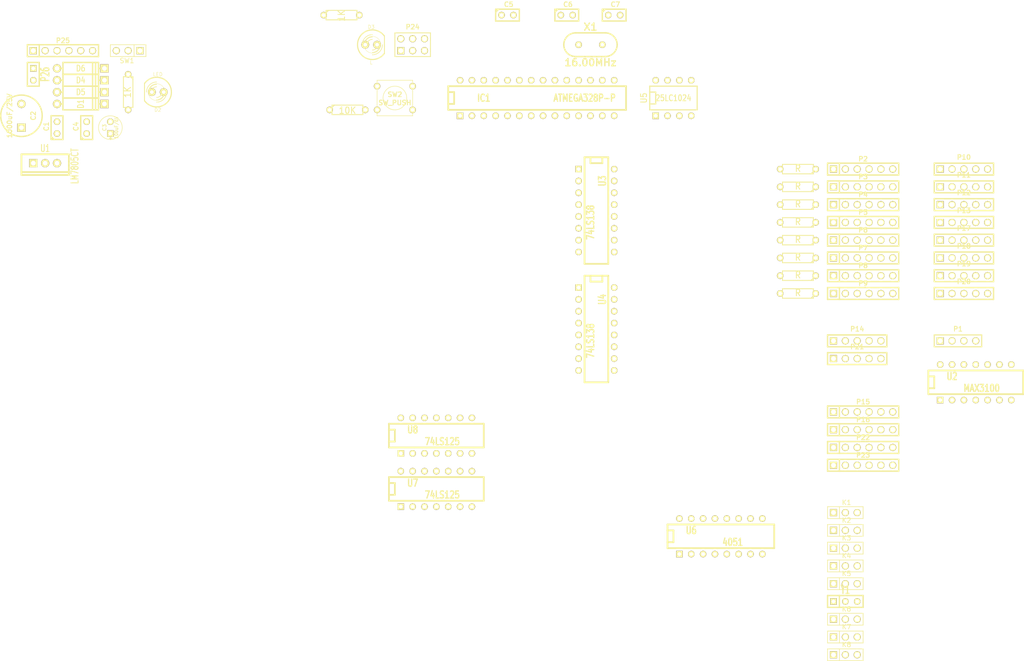
<source format=kicad_pcb>
(kicad_pcb (version 3) (host pcbnew "(2014-02-26 BZR 4721)-product")

  (general
    (links 280)
    (no_connects 280)
    (area 0 0 0 0)
    (thickness 1.6)
    (drawings 0)
    (tracks 0)
    (zones 0)
    (modules 71)
    (nets 74)
  )

  (page A4)
  (layers
    (15 F.Cu signal)
    (0 B.Cu signal)
    (16 B.Adhes user)
    (17 F.Adhes user)
    (18 B.Paste user)
    (19 F.Paste user)
    (20 B.SilkS user)
    (21 F.SilkS user)
    (22 B.Mask user)
    (23 F.Mask user)
    (24 Dwgs.User user)
    (25 Cmts.User user)
    (26 Eco1.User user)
    (27 Eco2.User user)
    (28 Edge.Cuts user)
  )

  (setup
    (last_trace_width 0.254)
    (trace_clearance 0.254)
    (zone_clearance 0.508)
    (zone_45_only no)
    (trace_min 0.254)
    (segment_width 0.2)
    (edge_width 0.15)
    (via_size 0.889)
    (via_drill 0.635)
    (via_min_size 0.889)
    (via_min_drill 0.508)
    (uvia_size 0.508)
    (uvia_drill 0.127)
    (uvias_allowed no)
    (uvia_min_size 0.508)
    (uvia_min_drill 0.127)
    (pcb_text_width 0.3)
    (pcb_text_size 1.5 1.5)
    (mod_edge_width 0.15)
    (mod_text_size 1.5 1.5)
    (mod_text_width 0.15)
    (pad_size 1.4 1.4)
    (pad_drill 0.6)
    (pad_to_mask_clearance 0.2)
    (aux_axis_origin 0 0)
    (visible_elements FFFFFF7F)
    (pcbplotparams
      (layerselection 3178497)
      (usegerberextensions true)
      (excludeedgelayer true)
      (linewidth 0.150000)
      (plotframeref false)
      (viasonmask false)
      (mode 1)
      (useauxorigin false)
      (hpglpennumber 1)
      (hpglpenspeed 20)
      (hpglpendiameter 15)
      (hpglpenoverlay 2)
      (psnegative false)
      (psa4output false)
      (plotreference true)
      (plotvalue true)
      (plotothertext true)
      (plotinvisibletext false)
      (padsonsilk false)
      (subtractmaskfromsilk false)
      (outputformat 1)
      (mirror false)
      (drillshape 1)
      (scaleselection 1)
      (outputdirectory ""))
  )

  (net 0 "")
  (net 1 +5V)
  (net 2 +9V)
  (net 3 /IO/A0)
  (net 4 /IO/A1)
  (net 5 /IO/A2)
  (net 6 /IO/A3)
  (net 7 /IO/ADDR_EN)
  (net 8 /IO/ANA0)
  (net 9 /IO/ANA1)
  (net 10 /IO/ANA2)
  (net 11 /IO/ANA3)
  (net 12 /IO/ANA4)
  (net 13 /IO/ANA5)
  (net 14 /IO/ANA6)
  (net 15 /IO/ANA7)
  (net 16 /IO/ANA_REF)
  (net 17 /IO/CS0)
  (net 18 /IO/CS1)
  (net 19 /IO/CS10)
  (net 20 /IO/CS11)
  (net 21 /IO/CS12)
  (net 22 /IO/CS13)
  (net 23 /IO/CS14)
  (net 24 /IO/CS15)
  (net 25 /IO/CS2)
  (net 26 /IO/CS3)
  (net 27 /IO/CS4)
  (net 28 /IO/CS5)
  (net 29 /IO/CS6)
  (net 30 /IO/CS7)
  (net 31 /IO/CS8)
  (net 32 /IO/CS9)
  (net 33 /MCU/A0)
  (net 34 /MCU/A1)
  (net 35 /MCU/A2)
  (net 36 /MCU/A3)
  (net 37 /MCU/A4)
  (net 38 /MCU/A5)
  (net 39 /MCU/D10)
  (net 40 /MCU/D11)
  (net 41 /MCU/D12)
  (net 42 /MCU/D13)
  (net 43 /MCU/D6)
  (net 44 /MCU/D7)
  (net 45 /MCU/D8)
  (net 46 /MCU/RTS)
  (net 47 /MCU/RX)
  (net 48 /MCU/TX)
  (net 49 /MCU/USB_5V)
  (net 50 /VIN_0)
  (net 51 /VIN_1)
  (net 52 GND)
  (net 53 "Net-(C3-Pad1)")
  (net 54 "Net-(C5-Pad1)")
  (net 55 "Net-(C6-Pad2)")
  (net 56 "Net-(C7-Pad2)")
  (net 57 "Net-(D2-Pad1)")
  (net 58 "Net-(D2-Pad2)")
  (net 59 "Net-(D3-Pad1)")
  (net 60 "Net-(P1-Pad3)")
  (net 61 "Net-(P1-Pad4)")
  (net 62 "Net-(P2-Pad3)")
  (net 63 "Net-(P3-Pad3)")
  (net 64 "Net-(P4-Pad3)")
  (net 65 "Net-(P5-Pad3)")
  (net 66 "Net-(P6-Pad3)")
  (net 67 "Net-(P7-Pad3)")
  (net 68 "Net-(P8-Pad3)")
  (net 69 "Net-(P9-Pad3)")
  (net 70 "Net-(U2-Pad11)")
  (net 71 "Net-(U2-Pad5)")
  (net 72 "Net-(U2-Pad8)")
  (net 73 "Net-(U2-Pad9)")

  (net_class Default "This is the default net class."
    (clearance 0.254)
    (trace_width 0.254)
    (via_dia 0.889)
    (via_drill 0.635)
    (uvia_dia 0.508)
    (uvia_drill 0.127)
    (add_net "")
    (add_net +5V)
    (add_net +9V)
    (add_net /IO/A0)
    (add_net /IO/A1)
    (add_net /IO/A2)
    (add_net /IO/A3)
    (add_net /IO/ADDR_EN)
    (add_net /IO/ANA0)
    (add_net /IO/ANA1)
    (add_net /IO/ANA2)
    (add_net /IO/ANA3)
    (add_net /IO/ANA4)
    (add_net /IO/ANA5)
    (add_net /IO/ANA6)
    (add_net /IO/ANA7)
    (add_net /IO/ANA_REF)
    (add_net /IO/CS0)
    (add_net /IO/CS1)
    (add_net /IO/CS10)
    (add_net /IO/CS11)
    (add_net /IO/CS12)
    (add_net /IO/CS13)
    (add_net /IO/CS14)
    (add_net /IO/CS15)
    (add_net /IO/CS2)
    (add_net /IO/CS3)
    (add_net /IO/CS4)
    (add_net /IO/CS5)
    (add_net /IO/CS6)
    (add_net /IO/CS7)
    (add_net /IO/CS8)
    (add_net /IO/CS9)
    (add_net /MCU/A0)
    (add_net /MCU/A1)
    (add_net /MCU/A2)
    (add_net /MCU/A3)
    (add_net /MCU/A4)
    (add_net /MCU/A5)
    (add_net /MCU/D10)
    (add_net /MCU/D11)
    (add_net /MCU/D12)
    (add_net /MCU/D13)
    (add_net /MCU/D6)
    (add_net /MCU/D7)
    (add_net /MCU/D8)
    (add_net /MCU/RTS)
    (add_net /MCU/RX)
    (add_net /MCU/TX)
    (add_net /MCU/USB_5V)
    (add_net /VIN_0)
    (add_net /VIN_1)
    (add_net GND)
    (add_net "Net-(C3-Pad1)")
    (add_net "Net-(C5-Pad1)")
    (add_net "Net-(C6-Pad2)")
    (add_net "Net-(C7-Pad2)")
    (add_net "Net-(D2-Pad1)")
    (add_net "Net-(D2-Pad2)")
    (add_net "Net-(D3-Pad1)")
    (add_net "Net-(P1-Pad3)")
    (add_net "Net-(P1-Pad4)")
    (add_net "Net-(P2-Pad3)")
    (add_net "Net-(P3-Pad3)")
    (add_net "Net-(P4-Pad3)")
    (add_net "Net-(P5-Pad3)")
    (add_net "Net-(P6-Pad3)")
    (add_net "Net-(P7-Pad3)")
    (add_net "Net-(P8-Pad3)")
    (add_net "Net-(P9-Pad3)")
    (add_net "Net-(U2-Pad11)")
    (add_net "Net-(U2-Pad5)")
    (add_net "Net-(U2-Pad8)")
    (add_net "Net-(U2-Pad9)")
  )

  (module discret:C1 (layer F.Cu) (tedit 3F92C496) (tstamp 535E8144)
    (at 36.83 40.64 90)
    (descr "Condensateur e = 1 pas")
    (tags C)
    (path /535DA1CA)
    (fp_text reference C1 (at 0.254 -2.286 90) (layer F.SilkS)
      (effects (font (size 1.016 1.016) (thickness 0.2032)))
    )
    (fp_text value 0.1uF (at 0 -2.286 90) (layer F.SilkS) hide
      (effects (font (size 1.016 1.016) (thickness 0.2032)))
    )
    (fp_line (start -2.4892 -1.27) (end 2.54 -1.27) (layer F.SilkS) (width 0.3048))
    (fp_line (start 2.54 -1.27) (end 2.54 1.27) (layer F.SilkS) (width 0.3048))
    (fp_line (start 2.54 1.27) (end -2.54 1.27) (layer F.SilkS) (width 0.3048))
    (fp_line (start -2.54 1.27) (end -2.54 -1.27) (layer F.SilkS) (width 0.3048))
    (fp_line (start -2.54 -0.635) (end -1.905 -1.27) (layer F.SilkS) (width 0.3048))
    (pad 1 thru_hole circle (at -1.27 0 90) (size 1.397 1.397) (drill 0.8128) (layers *.Cu *.Mask F.SilkS)
      (net 2 +9V))
    (pad 2 thru_hole circle (at 1.27 0 90) (size 1.397 1.397) (drill 0.8128) (layers *.Cu *.Mask F.SilkS)
      (net 52 GND))
    (model discret/capa_1_pas.wrl
      (at (xyz 0 0 0))
      (scale (xyz 1 1 1))
      (rotate (xyz 0 0 0))
    )
  )

  (module discret:C1V5 (layer F.Cu) (tedit 3E070CF4) (tstamp 535D83DA)
    (at 48.26 40.64 90)
    (descr "Condensateur e = 1 pas")
    (tags C)
    (path /535D8ABF)
    (fp_text reference C3 (at 0 -1.26746 90) (layer F.SilkS)
      (effects (font (size 0.762 0.762) (thickness 0.127)))
    )
    (fp_text value 100uF/6V (at 0 1.27 90) (layer F.SilkS)
      (effects (font (size 0.762 0.635) (thickness 0.127)))
    )
    (fp_text user + (at -2.286 0 90) (layer F.SilkS)
      (effects (font (size 0.762 0.762) (thickness 0.2032)))
    )
    (fp_circle (center 0 0) (end 0.127 -2.54) (layer F.SilkS) (width 0.127))
    (pad 1 thru_hole rect (at -1.27 0 90) (size 1.397 1.397) (drill 0.8128) (layers *.Cu *.Mask F.SilkS)
      (net 53 "Net-(C3-Pad1)"))
    (pad 2 thru_hole circle (at 1.27 0 90) (size 1.397 1.397) (drill 0.8128) (layers *.Cu *.Mask F.SilkS)
      (net 52 GND))
    (model discret/c_vert_c1v5.wrl
      (at (xyz 0 0 0))
      (scale (xyz 1 1 1))
      (rotate (xyz 0 0 0))
    )
  )

  (module discret:C1 (layer F.Cu) (tedit 3F92C496) (tstamp 535E1BAF)
    (at 43.18 40.64 90)
    (descr "Condensateur e = 1 pas")
    (tags C)
    (path /535D8C8E)
    (fp_text reference C4 (at 0.254 -2.286 90) (layer F.SilkS)
      (effects (font (size 1.016 1.016) (thickness 0.2032)))
    )
    (fp_text value 0.1uF (at 0 -2.286 90) (layer F.SilkS) hide
      (effects (font (size 1.016 1.016) (thickness 0.2032)))
    )
    (fp_line (start -2.4892 -1.27) (end 2.54 -1.27) (layer F.SilkS) (width 0.3048))
    (fp_line (start 2.54 -1.27) (end 2.54 1.27) (layer F.SilkS) (width 0.3048))
    (fp_line (start 2.54 1.27) (end -2.54 1.27) (layer F.SilkS) (width 0.3048))
    (fp_line (start -2.54 1.27) (end -2.54 -1.27) (layer F.SilkS) (width 0.3048))
    (fp_line (start -2.54 -0.635) (end -1.905 -1.27) (layer F.SilkS) (width 0.3048))
    (pad 1 thru_hole circle (at -1.27 0 90) (size 1.397 1.397) (drill 0.8128) (layers *.Cu *.Mask F.SilkS)
      (net 53 "Net-(C3-Pad1)"))
    (pad 2 thru_hole circle (at 1.27 0 90) (size 1.397 1.397) (drill 0.8128) (layers *.Cu *.Mask F.SilkS)
      (net 52 GND))
    (model discret/capa_1_pas.wrl
      (at (xyz 0 0 0))
      (scale (xyz 1 1 1))
      (rotate (xyz 0 0 0))
    )
  )

  (module discret:C1 (layer F.Cu) (tedit 3F92C496) (tstamp 535D83F0)
    (at 133.35 16.51)
    (descr "Condensateur e = 1 pas")
    (tags C)
    (path /535D5480/535DB1BA)
    (fp_text reference C5 (at 0.254 -2.286) (layer F.SilkS)
      (effects (font (size 1.016 1.016) (thickness 0.2032)))
    )
    (fp_text value 0.1uF (at 0 -2.286) (layer F.SilkS) hide
      (effects (font (size 1.016 1.016) (thickness 0.2032)))
    )
    (fp_line (start -2.4892 -1.27) (end 2.54 -1.27) (layer F.SilkS) (width 0.3048))
    (fp_line (start 2.54 -1.27) (end 2.54 1.27) (layer F.SilkS) (width 0.3048))
    (fp_line (start 2.54 1.27) (end -2.54 1.27) (layer F.SilkS) (width 0.3048))
    (fp_line (start -2.54 1.27) (end -2.54 -1.27) (layer F.SilkS) (width 0.3048))
    (fp_line (start -2.54 -0.635) (end -1.905 -1.27) (layer F.SilkS) (width 0.3048))
    (pad 1 thru_hole circle (at -1.27 0) (size 1.397 1.397) (drill 0.8128) (layers *.Cu *.Mask F.SilkS)
      (net 54 "Net-(C5-Pad1)"))
    (pad 2 thru_hole circle (at 1.27 0) (size 1.397 1.397) (drill 0.8128) (layers *.Cu *.Mask F.SilkS)
      (net 46 /MCU/RTS))
    (model discret/capa_1_pas.wrl
      (at (xyz 0 0 0))
      (scale (xyz 1 1 1))
      (rotate (xyz 0 0 0))
    )
  )

  (module discret:C1 (layer F.Cu) (tedit 3F92C496) (tstamp 535D83FB)
    (at 146.05 16.51)
    (descr "Condensateur e = 1 pas")
    (tags C)
    (path /535D5480/535DAAC1)
    (fp_text reference C6 (at 0.254 -2.286) (layer F.SilkS)
      (effects (font (size 1.016 1.016) (thickness 0.2032)))
    )
    (fp_text value 22pf (at 0 -2.286) (layer F.SilkS) hide
      (effects (font (size 1.016 1.016) (thickness 0.2032)))
    )
    (fp_line (start -2.4892 -1.27) (end 2.54 -1.27) (layer F.SilkS) (width 0.3048))
    (fp_line (start 2.54 -1.27) (end 2.54 1.27) (layer F.SilkS) (width 0.3048))
    (fp_line (start 2.54 1.27) (end -2.54 1.27) (layer F.SilkS) (width 0.3048))
    (fp_line (start -2.54 1.27) (end -2.54 -1.27) (layer F.SilkS) (width 0.3048))
    (fp_line (start -2.54 -0.635) (end -1.905 -1.27) (layer F.SilkS) (width 0.3048))
    (pad 1 thru_hole circle (at -1.27 0) (size 1.397 1.397) (drill 0.8128) (layers *.Cu *.Mask F.SilkS)
      (net 52 GND))
    (pad 2 thru_hole circle (at 1.27 0) (size 1.397 1.397) (drill 0.8128) (layers *.Cu *.Mask F.SilkS)
      (net 55 "Net-(C6-Pad2)"))
    (model discret/capa_1_pas.wrl
      (at (xyz 0 0 0))
      (scale (xyz 1 1 1))
      (rotate (xyz 0 0 0))
    )
  )

  (module discret:C1 (layer F.Cu) (tedit 3F92C496) (tstamp 535D8406)
    (at 156.21 16.51)
    (descr "Condensateur e = 1 pas")
    (tags C)
    (path /535D5480/535DAAEE)
    (fp_text reference C7 (at 0.254 -2.286) (layer F.SilkS)
      (effects (font (size 1.016 1.016) (thickness 0.2032)))
    )
    (fp_text value 22pf (at 0 -2.286) (layer F.SilkS) hide
      (effects (font (size 1.016 1.016) (thickness 0.2032)))
    )
    (fp_line (start -2.4892 -1.27) (end 2.54 -1.27) (layer F.SilkS) (width 0.3048))
    (fp_line (start 2.54 -1.27) (end 2.54 1.27) (layer F.SilkS) (width 0.3048))
    (fp_line (start 2.54 1.27) (end -2.54 1.27) (layer F.SilkS) (width 0.3048))
    (fp_line (start -2.54 1.27) (end -2.54 -1.27) (layer F.SilkS) (width 0.3048))
    (fp_line (start -2.54 -0.635) (end -1.905 -1.27) (layer F.SilkS) (width 0.3048))
    (pad 1 thru_hole circle (at -1.27 0) (size 1.397 1.397) (drill 0.8128) (layers *.Cu *.Mask F.SilkS)
      (net 52 GND))
    (pad 2 thru_hole circle (at 1.27 0) (size 1.397 1.397) (drill 0.8128) (layers *.Cu *.Mask F.SilkS)
      (net 56 "Net-(C7-Pad2)"))
    (model discret/capa_1_pas.wrl
      (at (xyz 0 0 0))
      (scale (xyz 1 1 1))
      (rotate (xyz 0 0 0))
    )
  )

  (module discret:D4 (layer F.Cu) (tedit 535DC0E0) (tstamp 535DD7E8)
    (at 41.91 35.56)
    (descr "Diode 4 pas")
    (tags "DIODE DEV")
    (path /535E2E1E)
    (fp_text reference D1 (at 0 0 90) (layer F.SilkS)
      (effects (font (size 1.27 1.016) (thickness 0.2032)))
    )
    (fp_text value 1N4007 (at 0 0) (layer F.SilkS) hide
      (effects (font (size 1.27 1.016) (thickness 0.2032)))
    )
    (fp_line (start -3.81 -1.27) (end 3.81 -1.27) (layer F.SilkS) (width 0.3048))
    (fp_line (start 3.81 -1.27) (end 3.81 1.27) (layer F.SilkS) (width 0.3048))
    (fp_line (start 3.81 1.27) (end -3.81 1.27) (layer F.SilkS) (width 0.3048))
    (fp_line (start -3.81 1.27) (end -3.81 -1.27) (layer F.SilkS) (width 0.3048))
    (fp_line (start 3.175 -1.27) (end 3.175 1.27) (layer F.SilkS) (width 0.3048))
    (fp_line (start 2.54 1.27) (end 2.54 -1.27) (layer F.SilkS) (width 0.3048))
    (fp_line (start -3.81 0) (end -5.08 0) (layer F.SilkS) (width 0.3048))
    (fp_line (start 3.81 0) (end 5.08 0) (layer F.SilkS) (width 0.3048))
    (pad 1 thru_hole circle (at -5.08 0) (size 1.778 1.778) (drill 1.016) (layers *.Cu *.Mask F.SilkS)
      (net 52 GND))
    (pad 2 thru_hole rect (at 5.08 0) (size 1.778 1.778) (drill 1.016) (layers *.Cu *.Mask F.SilkS)
      (net 51 /VIN_1))
    (model discret/diode.wrl
      (at (xyz 0 0 0))
      (scale (xyz 0.4 0.4 0.4))
      (rotate (xyz 0 0 0))
    )
  )

  (module led:LED-5MM (layer F.Cu) (tedit 50ADE86B) (tstamp 535D842F)
    (at 58.42 33.02 180)
    (descr "LED 5mm - Lead pitch 100mil (2,54mm)")
    (tags "LED led 5mm 5MM 100mil 2,54mm")
    (path /535DC791)
    (fp_text reference D2 (at 0 -3.81 180) (layer F.SilkS)
      (effects (font (size 0.762 0.762) (thickness 0.0889)))
    )
    (fp_text value LED (at 0 3.81 180) (layer F.SilkS)
      (effects (font (size 0.762 0.762) (thickness 0.0889)))
    )
    (fp_line (start 2.8448 1.905) (end 2.8448 -1.905) (layer F.SilkS) (width 0.2032))
    (fp_circle (center 0.254 0) (end -1.016 1.27) (layer F.SilkS) (width 0.0762))
    (fp_arc (start 0.254 0) (end 2.794 1.905) (angle 286.2) (layer F.SilkS) (width 0.254))
    (fp_arc (start 0.254 0) (end -0.889 0) (angle 90) (layer F.SilkS) (width 0.1524))
    (fp_arc (start 0.254 0) (end 1.397 0) (angle 90) (layer F.SilkS) (width 0.1524))
    (fp_arc (start 0.254 0) (end -1.397 0) (angle 90) (layer F.SilkS) (width 0.1524))
    (fp_arc (start 0.254 0) (end 1.905 0) (angle 90) (layer F.SilkS) (width 0.1524))
    (fp_arc (start 0.254 0) (end -1.905 0) (angle 90) (layer F.SilkS) (width 0.1524))
    (fp_arc (start 0.254 0) (end 2.413 0) (angle 90) (layer F.SilkS) (width 0.1524))
    (pad 1 thru_hole circle (at -1.27 0 180) (size 1.6764 1.6764) (drill 0.8128) (layers *.Cu *.Mask F.SilkS)
      (net 57 "Net-(D2-Pad1)"))
    (pad 2 thru_hole circle (at 1.27 0 180) (size 1.6764 1.6764) (drill 0.8128) (layers *.Cu *.Mask F.SilkS)
      (net 58 "Net-(D2-Pad2)"))
    (model discret/leds/led5_vertical_verde.wrl
      (at (xyz 0 0 0))
      (scale (xyz 1 1 1))
      (rotate (xyz 0 0 0))
    )
  )

  (module led:LED-5MM (layer F.Cu) (tedit 50ADE86B) (tstamp 535D843E)
    (at 104.14 22.86)
    (descr "LED 5mm - Lead pitch 100mil (2,54mm)")
    (tags "LED led 5mm 5MM 100mil 2,54mm")
    (path /535D5480/535E3E55)
    (fp_text reference D3 (at 0 -3.81) (layer F.SilkS)
      (effects (font (size 0.762 0.762) (thickness 0.0889)))
    )
    (fp_text value L (at 0 3.81) (layer F.SilkS)
      (effects (font (size 0.762 0.762) (thickness 0.0889)))
    )
    (fp_line (start 2.8448 1.905) (end 2.8448 -1.905) (layer F.SilkS) (width 0.2032))
    (fp_circle (center 0.254 0) (end -1.016 1.27) (layer F.SilkS) (width 0.0762))
    (fp_arc (start 0.254 0) (end 2.794 1.905) (angle 286.2) (layer F.SilkS) (width 0.254))
    (fp_arc (start 0.254 0) (end -0.889 0) (angle 90) (layer F.SilkS) (width 0.1524))
    (fp_arc (start 0.254 0) (end 1.397 0) (angle 90) (layer F.SilkS) (width 0.1524))
    (fp_arc (start 0.254 0) (end -1.397 0) (angle 90) (layer F.SilkS) (width 0.1524))
    (fp_arc (start 0.254 0) (end 1.905 0) (angle 90) (layer F.SilkS) (width 0.1524))
    (fp_arc (start 0.254 0) (end -1.905 0) (angle 90) (layer F.SilkS) (width 0.1524))
    (fp_arc (start 0.254 0) (end 2.413 0) (angle 90) (layer F.SilkS) (width 0.1524))
    (pad 1 thru_hole circle (at -1.27 0) (size 1.6764 1.6764) (drill 0.8128) (layers *.Cu *.Mask F.SilkS)
      (net 59 "Net-(D3-Pad1)"))
    (pad 2 thru_hole circle (at 1.27 0) (size 1.6764 1.6764) (drill 0.8128) (layers *.Cu *.Mask F.SilkS)
      (net 52 GND))
    (model discret/leds/led5_vertical_verde.wrl
      (at (xyz 0 0 0))
      (scale (xyz 1 1 1))
      (rotate (xyz 0 0 0))
    )
  )

  (module dip_sockets:DIP-28__300 (layer F.Cu) (tedit 200000) (tstamp 535D8465)
    (at 139.7 34.29)
    (descr "28 pins DIL package, round pads, width 300mil")
    (tags DIL)
    (path /535D5480/535D55C4)
    (fp_text reference IC1 (at -11.43 0) (layer F.SilkS)
      (effects (font (size 1.524 1.143) (thickness 0.3048)))
    )
    (fp_text value ATMEGA328P-P (at 10.16 0) (layer F.SilkS)
      (effects (font (size 1.524 1.143) (thickness 0.3048)))
    )
    (fp_line (start -19.05 -2.54) (end 19.05 -2.54) (layer F.SilkS) (width 0.381))
    (fp_line (start 19.05 -2.54) (end 19.05 2.54) (layer F.SilkS) (width 0.381))
    (fp_line (start 19.05 2.54) (end -19.05 2.54) (layer F.SilkS) (width 0.381))
    (fp_line (start -19.05 2.54) (end -19.05 -2.54) (layer F.SilkS) (width 0.381))
    (fp_line (start -19.05 -1.27) (end -17.78 -1.27) (layer F.SilkS) (width 0.381))
    (fp_line (start -17.78 -1.27) (end -17.78 1.27) (layer F.SilkS) (width 0.381))
    (fp_line (start -17.78 1.27) (end -19.05 1.27) (layer F.SilkS) (width 0.381))
    (pad 2 thru_hole circle (at -13.97 3.81) (size 1.397 1.397) (drill 0.8128) (layers *.Cu *.Mask F.SilkS)
      (net 47 /MCU/RX))
    (pad 3 thru_hole circle (at -11.43 3.81) (size 1.397 1.397) (drill 0.8128) (layers *.Cu *.Mask F.SilkS)
      (net 48 /MCU/TX))
    (pad 4 thru_hole circle (at -8.89 3.81) (size 1.397 1.397) (drill 0.8128) (layers *.Cu *.Mask F.SilkS)
      (net 3 /IO/A0))
    (pad 5 thru_hole circle (at -6.35 3.81) (size 1.397 1.397) (drill 0.8128) (layers *.Cu *.Mask F.SilkS)
      (net 4 /IO/A1))
    (pad 6 thru_hole circle (at -3.81 3.81) (size 1.397 1.397) (drill 0.8128) (layers *.Cu *.Mask F.SilkS)
      (net 5 /IO/A2))
    (pad 7 thru_hole circle (at -1.27 3.81) (size 1.397 1.397) (drill 0.8128) (layers *.Cu *.Mask F.SilkS)
      (net 1 +5V))
    (pad 8 thru_hole circle (at 1.27 3.81) (size 1.397 1.397) (drill 0.8128) (layers *.Cu *.Mask F.SilkS)
      (net 52 GND))
    (pad 9 thru_hole circle (at 3.81 3.81) (size 1.397 1.397) (drill 0.8128) (layers *.Cu *.Mask F.SilkS)
      (net 55 "Net-(C6-Pad2)"))
    (pad 10 thru_hole circle (at 6.35 3.81) (size 1.397 1.397) (drill 0.8128) (layers *.Cu *.Mask F.SilkS)
      (net 56 "Net-(C7-Pad2)"))
    (pad 11 thru_hole circle (at 8.89 3.81) (size 1.397 1.397) (drill 0.8128) (layers *.Cu *.Mask F.SilkS)
      (net 6 /IO/A3))
    (pad 12 thru_hole circle (at 11.43 3.81) (size 1.397 1.397) (drill 0.8128) (layers *.Cu *.Mask F.SilkS)
      (net 43 /MCU/D6))
    (pad 13 thru_hole circle (at 13.97 3.81) (size 1.397 1.397) (drill 0.8128) (layers *.Cu *.Mask F.SilkS)
      (net 44 /MCU/D7))
    (pad 14 thru_hole circle (at 16.51 3.81) (size 1.397 1.397) (drill 0.8128) (layers *.Cu *.Mask F.SilkS)
      (net 45 /MCU/D8))
    (pad 1 thru_hole rect (at -16.51 3.81) (size 1.397 1.397) (drill 0.8128) (layers *.Cu *.Mask F.SilkS)
      (net 54 "Net-(C5-Pad1)"))
    (pad 15 thru_hole circle (at 16.51 -3.81) (size 1.397 1.397) (drill 0.8128) (layers *.Cu *.Mask F.SilkS)
      (net 7 /IO/ADDR_EN))
    (pad 16 thru_hole circle (at 13.97 -3.81) (size 1.397 1.397) (drill 0.8128) (layers *.Cu *.Mask F.SilkS)
      (net 39 /MCU/D10))
    (pad 17 thru_hole circle (at 11.43 -3.81) (size 1.397 1.397) (drill 0.8128) (layers *.Cu *.Mask F.SilkS)
      (net 40 /MCU/D11))
    (pad 18 thru_hole circle (at 8.89 -3.81) (size 1.397 1.397) (drill 0.8128) (layers *.Cu *.Mask F.SilkS)
      (net 41 /MCU/D12))
    (pad 19 thru_hole circle (at 6.35 -3.81) (size 1.397 1.397) (drill 0.8128) (layers *.Cu *.Mask F.SilkS)
      (net 42 /MCU/D13))
    (pad 20 thru_hole circle (at 3.81 -3.81) (size 1.397 1.397) (drill 0.8128) (layers *.Cu *.Mask F.SilkS)
      (net 1 +5V))
    (pad 21 thru_hole circle (at 1.27 -3.81) (size 1.397 1.397) (drill 0.8128) (layers *.Cu *.Mask F.SilkS)
      (net 16 /IO/ANA_REF))
    (pad 22 thru_hole circle (at -1.27 -3.81) (size 1.397 1.397) (drill 0.8128) (layers *.Cu *.Mask F.SilkS)
      (net 52 GND))
    (pad 23 thru_hole circle (at -3.81 -3.81) (size 1.397 1.397) (drill 0.8128) (layers *.Cu *.Mask F.SilkS)
      (net 33 /MCU/A0))
    (pad 24 thru_hole circle (at -6.35 -3.81) (size 1.397 1.397) (drill 0.8128) (layers *.Cu *.Mask F.SilkS)
      (net 34 /MCU/A1))
    (pad 25 thru_hole circle (at -8.89 -3.81) (size 1.397 1.397) (drill 0.8128) (layers *.Cu *.Mask F.SilkS)
      (net 35 /MCU/A2))
    (pad 26 thru_hole circle (at -11.43 -3.81) (size 1.397 1.397) (drill 0.8128) (layers *.Cu *.Mask F.SilkS)
      (net 36 /MCU/A3))
    (pad 27 thru_hole circle (at -13.97 -3.81) (size 1.397 1.397) (drill 0.8128) (layers *.Cu *.Mask F.SilkS)
      (net 37 /MCU/A4))
    (pad 28 thru_hole circle (at -16.51 -3.81) (size 1.397 1.397) (drill 0.8128) (layers *.Cu *.Mask F.SilkS)
      (net 38 /MCU/A5))
    (model dil/dil_28-w300.wrl
      (at (xyz 0 0 0))
      (scale (xyz 1 1 1))
      (rotate (xyz 0 0 0))
    )
  )

  (module discret:R3 (layer F.Cu) (tedit 4E4C0E65) (tstamp 535E1CEA)
    (at 52.07 33.02 270)
    (descr "Resitance 3 pas")
    (tags R)
    (path /535E0AA7)
    (autoplace_cost180 10)
    (fp_text reference R1 (at 0 0.127 270) (layer F.SilkS) hide
      (effects (font (size 1.397 1.27) (thickness 0.2032)))
    )
    (fp_text value 1K (at 0 0.127 270) (layer F.SilkS)
      (effects (font (size 1.397 1.27) (thickness 0.2032)))
    )
    (fp_line (start -3.81 0) (end -3.302 0) (layer F.SilkS) (width 0.2032))
    (fp_line (start 3.81 0) (end 3.302 0) (layer F.SilkS) (width 0.2032))
    (fp_line (start 3.302 0) (end 3.302 -1.016) (layer F.SilkS) (width 0.2032))
    (fp_line (start 3.302 -1.016) (end -3.302 -1.016) (layer F.SilkS) (width 0.2032))
    (fp_line (start -3.302 -1.016) (end -3.302 1.016) (layer F.SilkS) (width 0.2032))
    (fp_line (start -3.302 1.016) (end 3.302 1.016) (layer F.SilkS) (width 0.2032))
    (fp_line (start 3.302 1.016) (end 3.302 0) (layer F.SilkS) (width 0.2032))
    (fp_line (start -3.302 -0.508) (end -2.794 -1.016) (layer F.SilkS) (width 0.2032))
    (pad 1 thru_hole circle (at -3.81 0 270) (size 1.397 1.397) (drill 0.8128) (layers *.Cu *.Mask F.SilkS)
      (net 58 "Net-(D2-Pad2)"))
    (pad 2 thru_hole circle (at 3.81 0 270) (size 1.397 1.397) (drill 0.8128) (layers *.Cu *.Mask F.SilkS)
      (net 52 GND))
    (model discret/resistor.wrl
      (at (xyz 0 0 0))
      (scale (xyz 0.3 0.3 0.3))
      (rotate (xyz 0 0 0))
    )
  )

  (module discret:R3 (layer F.Cu) (tedit 4E4C0E65) (tstamp 535D8650)
    (at 195.58 49.53 180)
    (descr "Resitance 3 pas")
    (tags R)
    (path /5358284F/53538ACB)
    (autoplace_cost180 10)
    (fp_text reference R2 (at 0 0.127 180) (layer F.SilkS) hide
      (effects (font (size 1.397 1.27) (thickness 0.2032)))
    )
    (fp_text value R (at 0 0.127 180) (layer F.SilkS)
      (effects (font (size 1.397 1.27) (thickness 0.2032)))
    )
    (fp_line (start -3.81 0) (end -3.302 0) (layer F.SilkS) (width 0.2032))
    (fp_line (start 3.81 0) (end 3.302 0) (layer F.SilkS) (width 0.2032))
    (fp_line (start 3.302 0) (end 3.302 -1.016) (layer F.SilkS) (width 0.2032))
    (fp_line (start 3.302 -1.016) (end -3.302 -1.016) (layer F.SilkS) (width 0.2032))
    (fp_line (start -3.302 -1.016) (end -3.302 1.016) (layer F.SilkS) (width 0.2032))
    (fp_line (start -3.302 1.016) (end 3.302 1.016) (layer F.SilkS) (width 0.2032))
    (fp_line (start 3.302 1.016) (end 3.302 0) (layer F.SilkS) (width 0.2032))
    (fp_line (start -3.302 -0.508) (end -2.794 -1.016) (layer F.SilkS) (width 0.2032))
    (pad 1 thru_hole circle (at -3.81 0 180) (size 1.397 1.397) (drill 0.8128) (layers *.Cu *.Mask F.SilkS)
      (net 62 "Net-(P2-Pad3)"))
    (pad 2 thru_hole circle (at 3.81 0 180) (size 1.397 1.397) (drill 0.8128) (layers *.Cu *.Mask F.SilkS)
      (net 52 GND))
    (model discret/resistor.wrl
      (at (xyz 0 0 0))
      (scale (xyz 0.3 0.3 0.3))
      (rotate (xyz 0 0 0))
    )
  )

  (module discret:R3 (layer F.Cu) (tedit 4E4C0E65) (tstamp 535D865E)
    (at 195.58 53.34 180)
    (descr "Resitance 3 pas")
    (tags R)
    (path /5358284F/53538AD6)
    (autoplace_cost180 10)
    (fp_text reference R3 (at 0 0.127 180) (layer F.SilkS) hide
      (effects (font (size 1.397 1.27) (thickness 0.2032)))
    )
    (fp_text value R (at 0 0.127 180) (layer F.SilkS)
      (effects (font (size 1.397 1.27) (thickness 0.2032)))
    )
    (fp_line (start -3.81 0) (end -3.302 0) (layer F.SilkS) (width 0.2032))
    (fp_line (start 3.81 0) (end 3.302 0) (layer F.SilkS) (width 0.2032))
    (fp_line (start 3.302 0) (end 3.302 -1.016) (layer F.SilkS) (width 0.2032))
    (fp_line (start 3.302 -1.016) (end -3.302 -1.016) (layer F.SilkS) (width 0.2032))
    (fp_line (start -3.302 -1.016) (end -3.302 1.016) (layer F.SilkS) (width 0.2032))
    (fp_line (start -3.302 1.016) (end 3.302 1.016) (layer F.SilkS) (width 0.2032))
    (fp_line (start 3.302 1.016) (end 3.302 0) (layer F.SilkS) (width 0.2032))
    (fp_line (start -3.302 -0.508) (end -2.794 -1.016) (layer F.SilkS) (width 0.2032))
    (pad 1 thru_hole circle (at -3.81 0 180) (size 1.397 1.397) (drill 0.8128) (layers *.Cu *.Mask F.SilkS)
      (net 63 "Net-(P3-Pad3)"))
    (pad 2 thru_hole circle (at 3.81 0 180) (size 1.397 1.397) (drill 0.8128) (layers *.Cu *.Mask F.SilkS)
      (net 52 GND))
    (model discret/resistor.wrl
      (at (xyz 0 0 0))
      (scale (xyz 0.3 0.3 0.3))
      (rotate (xyz 0 0 0))
    )
  )

  (module discret:R3 (layer F.Cu) (tedit 4E4C0E65) (tstamp 535DDC1D)
    (at 195.58 57.15 180)
    (descr "Resitance 3 pas")
    (tags R)
    (path /5358284F/53538AE1)
    (autoplace_cost180 10)
    (fp_text reference R4 (at 0 0.127 180) (layer F.SilkS) hide
      (effects (font (size 1.397 1.27) (thickness 0.2032)))
    )
    (fp_text value R (at 0 0.127 180) (layer F.SilkS)
      (effects (font (size 1.397 1.27) (thickness 0.2032)))
    )
    (fp_line (start -3.81 0) (end -3.302 0) (layer F.SilkS) (width 0.2032))
    (fp_line (start 3.81 0) (end 3.302 0) (layer F.SilkS) (width 0.2032))
    (fp_line (start 3.302 0) (end 3.302 -1.016) (layer F.SilkS) (width 0.2032))
    (fp_line (start 3.302 -1.016) (end -3.302 -1.016) (layer F.SilkS) (width 0.2032))
    (fp_line (start -3.302 -1.016) (end -3.302 1.016) (layer F.SilkS) (width 0.2032))
    (fp_line (start -3.302 1.016) (end 3.302 1.016) (layer F.SilkS) (width 0.2032))
    (fp_line (start 3.302 1.016) (end 3.302 0) (layer F.SilkS) (width 0.2032))
    (fp_line (start -3.302 -0.508) (end -2.794 -1.016) (layer F.SilkS) (width 0.2032))
    (pad 1 thru_hole circle (at -3.81 0 180) (size 1.397 1.397) (drill 0.8128) (layers *.Cu *.Mask F.SilkS)
      (net 64 "Net-(P4-Pad3)"))
    (pad 2 thru_hole circle (at 3.81 0 180) (size 1.397 1.397) (drill 0.8128) (layers *.Cu *.Mask F.SilkS)
      (net 52 GND))
    (model discret/resistor.wrl
      (at (xyz 0 0 0))
      (scale (xyz 0.3 0.3 0.3))
      (rotate (xyz 0 0 0))
    )
  )

  (module discret:R3 (layer F.Cu) (tedit 4E4C0E65) (tstamp 535D867A)
    (at 195.58 60.96 180)
    (descr "Resitance 3 pas")
    (tags R)
    (path /5358284F/53538AEC)
    (autoplace_cost180 10)
    (fp_text reference R5 (at 0 0.127 180) (layer F.SilkS) hide
      (effects (font (size 1.397 1.27) (thickness 0.2032)))
    )
    (fp_text value R (at 0 0.127 180) (layer F.SilkS)
      (effects (font (size 1.397 1.27) (thickness 0.2032)))
    )
    (fp_line (start -3.81 0) (end -3.302 0) (layer F.SilkS) (width 0.2032))
    (fp_line (start 3.81 0) (end 3.302 0) (layer F.SilkS) (width 0.2032))
    (fp_line (start 3.302 0) (end 3.302 -1.016) (layer F.SilkS) (width 0.2032))
    (fp_line (start 3.302 -1.016) (end -3.302 -1.016) (layer F.SilkS) (width 0.2032))
    (fp_line (start -3.302 -1.016) (end -3.302 1.016) (layer F.SilkS) (width 0.2032))
    (fp_line (start -3.302 1.016) (end 3.302 1.016) (layer F.SilkS) (width 0.2032))
    (fp_line (start 3.302 1.016) (end 3.302 0) (layer F.SilkS) (width 0.2032))
    (fp_line (start -3.302 -0.508) (end -2.794 -1.016) (layer F.SilkS) (width 0.2032))
    (pad 1 thru_hole circle (at -3.81 0 180) (size 1.397 1.397) (drill 0.8128) (layers *.Cu *.Mask F.SilkS)
      (net 65 "Net-(P5-Pad3)"))
    (pad 2 thru_hole circle (at 3.81 0 180) (size 1.397 1.397) (drill 0.8128) (layers *.Cu *.Mask F.SilkS)
      (net 52 GND))
    (model discret/resistor.wrl
      (at (xyz 0 0 0))
      (scale (xyz 0.3 0.3 0.3))
      (rotate (xyz 0 0 0))
    )
  )

  (module discret:R3 (layer F.Cu) (tedit 4E4C0E65) (tstamp 535DDC90)
    (at 195.58 64.77 180)
    (descr "Resitance 3 pas")
    (tags R)
    (path /5358284F/53537D43)
    (autoplace_cost180 10)
    (fp_text reference R6 (at 0 0.127 180) (layer F.SilkS) hide
      (effects (font (size 1.397 1.27) (thickness 0.2032)))
    )
    (fp_text value R (at 0 0.127 180) (layer F.SilkS)
      (effects (font (size 1.397 1.27) (thickness 0.2032)))
    )
    (fp_line (start -3.81 0) (end -3.302 0) (layer F.SilkS) (width 0.2032))
    (fp_line (start 3.81 0) (end 3.302 0) (layer F.SilkS) (width 0.2032))
    (fp_line (start 3.302 0) (end 3.302 -1.016) (layer F.SilkS) (width 0.2032))
    (fp_line (start 3.302 -1.016) (end -3.302 -1.016) (layer F.SilkS) (width 0.2032))
    (fp_line (start -3.302 -1.016) (end -3.302 1.016) (layer F.SilkS) (width 0.2032))
    (fp_line (start -3.302 1.016) (end 3.302 1.016) (layer F.SilkS) (width 0.2032))
    (fp_line (start 3.302 1.016) (end 3.302 0) (layer F.SilkS) (width 0.2032))
    (fp_line (start -3.302 -0.508) (end -2.794 -1.016) (layer F.SilkS) (width 0.2032))
    (pad 1 thru_hole circle (at -3.81 0 180) (size 1.397 1.397) (drill 0.8128) (layers *.Cu *.Mask F.SilkS)
      (net 66 "Net-(P6-Pad3)"))
    (pad 2 thru_hole circle (at 3.81 0 180) (size 1.397 1.397) (drill 0.8128) (layers *.Cu *.Mask F.SilkS)
      (net 52 GND))
    (model discret/resistor.wrl
      (at (xyz 0 0 0))
      (scale (xyz 0.3 0.3 0.3))
      (rotate (xyz 0 0 0))
    )
  )

  (module discret:R3 (layer F.Cu) (tedit 4E4C0E65) (tstamp 535D8696)
    (at 195.58 68.58 180)
    (descr "Resitance 3 pas")
    (tags R)
    (path /5358284F/535385AB)
    (autoplace_cost180 10)
    (fp_text reference R7 (at 0 0.127 180) (layer F.SilkS) hide
      (effects (font (size 1.397 1.27) (thickness 0.2032)))
    )
    (fp_text value R (at 0 0.127 180) (layer F.SilkS)
      (effects (font (size 1.397 1.27) (thickness 0.2032)))
    )
    (fp_line (start -3.81 0) (end -3.302 0) (layer F.SilkS) (width 0.2032))
    (fp_line (start 3.81 0) (end 3.302 0) (layer F.SilkS) (width 0.2032))
    (fp_line (start 3.302 0) (end 3.302 -1.016) (layer F.SilkS) (width 0.2032))
    (fp_line (start 3.302 -1.016) (end -3.302 -1.016) (layer F.SilkS) (width 0.2032))
    (fp_line (start -3.302 -1.016) (end -3.302 1.016) (layer F.SilkS) (width 0.2032))
    (fp_line (start -3.302 1.016) (end 3.302 1.016) (layer F.SilkS) (width 0.2032))
    (fp_line (start 3.302 1.016) (end 3.302 0) (layer F.SilkS) (width 0.2032))
    (fp_line (start -3.302 -0.508) (end -2.794 -1.016) (layer F.SilkS) (width 0.2032))
    (pad 1 thru_hole circle (at -3.81 0 180) (size 1.397 1.397) (drill 0.8128) (layers *.Cu *.Mask F.SilkS)
      (net 67 "Net-(P7-Pad3)"))
    (pad 2 thru_hole circle (at 3.81 0 180) (size 1.397 1.397) (drill 0.8128) (layers *.Cu *.Mask F.SilkS)
      (net 52 GND))
    (model discret/resistor.wrl
      (at (xyz 0 0 0))
      (scale (xyz 0.3 0.3 0.3))
      (rotate (xyz 0 0 0))
    )
  )

  (module discret:R3 (layer F.Cu) (tedit 4E4C0E65) (tstamp 535D86A4)
    (at 195.58 72.39 180)
    (descr "Resitance 3 pas")
    (tags R)
    (path /5358284F/535385B8)
    (autoplace_cost180 10)
    (fp_text reference R8 (at 0 0.127 180) (layer F.SilkS) hide
      (effects (font (size 1.397 1.27) (thickness 0.2032)))
    )
    (fp_text value R (at 0 0.127 180) (layer F.SilkS)
      (effects (font (size 1.397 1.27) (thickness 0.2032)))
    )
    (fp_line (start -3.81 0) (end -3.302 0) (layer F.SilkS) (width 0.2032))
    (fp_line (start 3.81 0) (end 3.302 0) (layer F.SilkS) (width 0.2032))
    (fp_line (start 3.302 0) (end 3.302 -1.016) (layer F.SilkS) (width 0.2032))
    (fp_line (start 3.302 -1.016) (end -3.302 -1.016) (layer F.SilkS) (width 0.2032))
    (fp_line (start -3.302 -1.016) (end -3.302 1.016) (layer F.SilkS) (width 0.2032))
    (fp_line (start -3.302 1.016) (end 3.302 1.016) (layer F.SilkS) (width 0.2032))
    (fp_line (start 3.302 1.016) (end 3.302 0) (layer F.SilkS) (width 0.2032))
    (fp_line (start -3.302 -0.508) (end -2.794 -1.016) (layer F.SilkS) (width 0.2032))
    (pad 1 thru_hole circle (at -3.81 0 180) (size 1.397 1.397) (drill 0.8128) (layers *.Cu *.Mask F.SilkS)
      (net 68 "Net-(P8-Pad3)"))
    (pad 2 thru_hole circle (at 3.81 0 180) (size 1.397 1.397) (drill 0.8128) (layers *.Cu *.Mask F.SilkS)
      (net 52 GND))
    (model discret/resistor.wrl
      (at (xyz 0 0 0))
      (scale (xyz 0.3 0.3 0.3))
      (rotate (xyz 0 0 0))
    )
  )

  (module discret:R3 (layer F.Cu) (tedit 4E4C0E65) (tstamp 535D86B2)
    (at 195.58 76.2 180)
    (descr "Resitance 3 pas")
    (tags R)
    (path /5358284F/535385C3)
    (autoplace_cost180 10)
    (fp_text reference R9 (at 0 0.127 180) (layer F.SilkS) hide
      (effects (font (size 1.397 1.27) (thickness 0.2032)))
    )
    (fp_text value R (at 0 0.127 180) (layer F.SilkS)
      (effects (font (size 1.397 1.27) (thickness 0.2032)))
    )
    (fp_line (start -3.81 0) (end -3.302 0) (layer F.SilkS) (width 0.2032))
    (fp_line (start 3.81 0) (end 3.302 0) (layer F.SilkS) (width 0.2032))
    (fp_line (start 3.302 0) (end 3.302 -1.016) (layer F.SilkS) (width 0.2032))
    (fp_line (start 3.302 -1.016) (end -3.302 -1.016) (layer F.SilkS) (width 0.2032))
    (fp_line (start -3.302 -1.016) (end -3.302 1.016) (layer F.SilkS) (width 0.2032))
    (fp_line (start -3.302 1.016) (end 3.302 1.016) (layer F.SilkS) (width 0.2032))
    (fp_line (start 3.302 1.016) (end 3.302 0) (layer F.SilkS) (width 0.2032))
    (fp_line (start -3.302 -0.508) (end -2.794 -1.016) (layer F.SilkS) (width 0.2032))
    (pad 1 thru_hole circle (at -3.81 0 180) (size 1.397 1.397) (drill 0.8128) (layers *.Cu *.Mask F.SilkS)
      (net 69 "Net-(P9-Pad3)"))
    (pad 2 thru_hole circle (at 3.81 0 180) (size 1.397 1.397) (drill 0.8128) (layers *.Cu *.Mask F.SilkS)
      (net 52 GND))
    (model discret/resistor.wrl
      (at (xyz 0 0 0))
      (scale (xyz 0.3 0.3 0.3))
      (rotate (xyz 0 0 0))
    )
  )

  (module discret:R3 (layer F.Cu) (tedit 4E4C0E65) (tstamp 535E17B3)
    (at 99.06 36.83)
    (descr "Resitance 3 pas")
    (tags R)
    (path /535D5480/535DB823)
    (autoplace_cost180 10)
    (fp_text reference R10 (at 0 0.127) (layer F.SilkS) hide
      (effects (font (size 1.397 1.27) (thickness 0.2032)))
    )
    (fp_text value 10K (at 0 0.127) (layer F.SilkS)
      (effects (font (size 1.397 1.27) (thickness 0.2032)))
    )
    (fp_line (start -3.81 0) (end -3.302 0) (layer F.SilkS) (width 0.2032))
    (fp_line (start 3.81 0) (end 3.302 0) (layer F.SilkS) (width 0.2032))
    (fp_line (start 3.302 0) (end 3.302 -1.016) (layer F.SilkS) (width 0.2032))
    (fp_line (start 3.302 -1.016) (end -3.302 -1.016) (layer F.SilkS) (width 0.2032))
    (fp_line (start -3.302 -1.016) (end -3.302 1.016) (layer F.SilkS) (width 0.2032))
    (fp_line (start -3.302 1.016) (end 3.302 1.016) (layer F.SilkS) (width 0.2032))
    (fp_line (start 3.302 1.016) (end 3.302 0) (layer F.SilkS) (width 0.2032))
    (fp_line (start -3.302 -0.508) (end -2.794 -1.016) (layer F.SilkS) (width 0.2032))
    (pad 1 thru_hole circle (at -3.81 0) (size 1.397 1.397) (drill 0.8128) (layers *.Cu *.Mask F.SilkS)
      (net 1 +5V))
    (pad 2 thru_hole circle (at 3.81 0) (size 1.397 1.397) (drill 0.8128) (layers *.Cu *.Mask F.SilkS)
      (net 54 "Net-(C5-Pad1)"))
    (model discret/resistor.wrl
      (at (xyz 0 0 0))
      (scale (xyz 0.3 0.3 0.3))
      (rotate (xyz 0 0 0))
    )
  )

  (module discret:R3 (layer F.Cu) (tedit 535DBFD7) (tstamp 535E187B)
    (at 97.79 16.51)
    (descr "Resitance 3 pas")
    (tags R)
    (path /535D5480/535E3E3E)
    (autoplace_cost180 10)
    (fp_text reference R11 (at 0 0.127) (layer F.SilkS) hide
      (effects (font (size 1.397 1.27) (thickness 0.2032)))
    )
    (fp_text value 1K (at 0 0.127 90) (layer F.SilkS)
      (effects (font (size 1.397 1.27) (thickness 0.2032)))
    )
    (fp_line (start -3.81 0) (end -3.302 0) (layer F.SilkS) (width 0.2032))
    (fp_line (start 3.81 0) (end 3.302 0) (layer F.SilkS) (width 0.2032))
    (fp_line (start 3.302 0) (end 3.302 -1.016) (layer F.SilkS) (width 0.2032))
    (fp_line (start 3.302 -1.016) (end -3.302 -1.016) (layer F.SilkS) (width 0.2032))
    (fp_line (start -3.302 -1.016) (end -3.302 1.016) (layer F.SilkS) (width 0.2032))
    (fp_line (start -3.302 1.016) (end 3.302 1.016) (layer F.SilkS) (width 0.2032))
    (fp_line (start 3.302 1.016) (end 3.302 0) (layer F.SilkS) (width 0.2032))
    (fp_line (start -3.302 -0.508) (end -2.794 -1.016) (layer F.SilkS) (width 0.2032))
    (pad 1 thru_hole circle (at -3.81 0) (size 1.397 1.397) (drill 0.8128) (layers *.Cu *.Mask F.SilkS)
      (net 42 /MCU/D13))
    (pad 2 thru_hole circle (at 3.81 0) (size 1.397 1.397) (drill 0.8128) (layers *.Cu *.Mask F.SilkS)
      (net 59 "Net-(D3-Pad1)"))
    (model discret/resistor.wrl
      (at (xyz 0 0 0))
      (scale (xyz 0.3 0.3 0.3))
      (rotate (xyz 0 0 0))
    )
  )

  (module dip_sockets:DIP-16__300 (layer F.Cu) (tedit 200000) (tstamp 535D8742)
    (at 152.4 58.42 270)
    (descr "16 pins DIL package, round pads")
    (tags DIL)
    (path /5358284F/5352E178)
    (fp_text reference U3 (at -6.35 -1.27 270) (layer F.SilkS)
      (effects (font (size 1.524 1.143) (thickness 0.3048)))
    )
    (fp_text value 74LS138 (at 2.54 1.27 270) (layer F.SilkS)
      (effects (font (size 1.524 1.143) (thickness 0.3048)))
    )
    (fp_line (start -11.43 -1.27) (end -11.43 -1.27) (layer F.SilkS) (width 0.381))
    (fp_line (start -11.43 -1.27) (end -10.16 -1.27) (layer F.SilkS) (width 0.381))
    (fp_line (start -10.16 -1.27) (end -10.16 1.27) (layer F.SilkS) (width 0.381))
    (fp_line (start -10.16 1.27) (end -11.43 1.27) (layer F.SilkS) (width 0.381))
    (fp_line (start -11.43 -2.54) (end 11.43 -2.54) (layer F.SilkS) (width 0.381))
    (fp_line (start 11.43 -2.54) (end 11.43 2.54) (layer F.SilkS) (width 0.381))
    (fp_line (start 11.43 2.54) (end -11.43 2.54) (layer F.SilkS) (width 0.381))
    (fp_line (start -11.43 2.54) (end -11.43 -2.54) (layer F.SilkS) (width 0.381))
    (pad 1 thru_hole rect (at -8.89 3.81 270) (size 1.397 1.397) (drill 0.8128) (layers *.Cu *.Mask F.SilkS)
      (net 3 /IO/A0))
    (pad 2 thru_hole circle (at -6.35 3.81 270) (size 1.397 1.397) (drill 0.8128) (layers *.Cu *.Mask F.SilkS)
      (net 4 /IO/A1))
    (pad 3 thru_hole circle (at -3.81 3.81 270) (size 1.397 1.397) (drill 0.8128) (layers *.Cu *.Mask F.SilkS)
      (net 5 /IO/A2))
    (pad 4 thru_hole circle (at -1.27 3.81 270) (size 1.397 1.397) (drill 0.8128) (layers *.Cu *.Mask F.SilkS)
      (net 7 /IO/ADDR_EN))
    (pad 5 thru_hole circle (at 1.27 3.81 270) (size 1.397 1.397) (drill 0.8128) (layers *.Cu *.Mask F.SilkS)
      (net 6 /IO/A3))
    (pad 6 thru_hole circle (at 3.81 3.81 270) (size 1.397 1.397) (drill 0.8128) (layers *.Cu *.Mask F.SilkS)
      (net 1 +5V))
    (pad 7 thru_hole circle (at 6.35 3.81 270) (size 1.397 1.397) (drill 0.8128) (layers *.Cu *.Mask F.SilkS)
      (net 30 /IO/CS7))
    (pad 8 thru_hole circle (at 8.89 3.81 270) (size 1.397 1.397) (drill 0.8128) (layers *.Cu *.Mask F.SilkS)
      (net 52 GND))
    (pad 9 thru_hole circle (at 8.89 -3.81 270) (size 1.397 1.397) (drill 0.8128) (layers *.Cu *.Mask F.SilkS)
      (net 29 /IO/CS6))
    (pad 10 thru_hole circle (at 6.35 -3.81 270) (size 1.397 1.397) (drill 0.8128) (layers *.Cu *.Mask F.SilkS)
      (net 28 /IO/CS5))
    (pad 11 thru_hole circle (at 3.81 -3.81 270) (size 1.397 1.397) (drill 0.8128) (layers *.Cu *.Mask F.SilkS)
      (net 27 /IO/CS4))
    (pad 12 thru_hole circle (at 1.27 -3.81 270) (size 1.397 1.397) (drill 0.8128) (layers *.Cu *.Mask F.SilkS)
      (net 26 /IO/CS3))
    (pad 13 thru_hole circle (at -1.27 -3.81 270) (size 1.397 1.397) (drill 0.8128) (layers *.Cu *.Mask F.SilkS)
      (net 25 /IO/CS2))
    (pad 14 thru_hole circle (at -3.81 -3.81 270) (size 1.397 1.397) (drill 0.8128) (layers *.Cu *.Mask F.SilkS)
      (net 18 /IO/CS1))
    (pad 15 thru_hole circle (at -6.35 -3.81 270) (size 1.397 1.397) (drill 0.8128) (layers *.Cu *.Mask F.SilkS)
      (net 17 /IO/CS0))
    (pad 16 thru_hole circle (at -8.89 -3.81 270) (size 1.397 1.397) (drill 0.8128) (layers *.Cu *.Mask F.SilkS)
      (net 1 +5V))
    (model dil/dil_16.wrl
      (at (xyz 0 0 0))
      (scale (xyz 1 1 1))
      (rotate (xyz 0 0 0))
    )
  )

  (module dip_sockets:DIP-14__300 (layer F.Cu) (tedit 200000) (tstamp 535D87A3)
    (at 118.11 118.11)
    (descr "14 pins DIL package, round pads")
    (tags DIL)
    (path /5358284F/5352D905)
    (fp_text reference U7 (at -5.08 -1.27) (layer F.SilkS)
      (effects (font (size 1.524 1.143) (thickness 0.3048)))
    )
    (fp_text value 74LS125 (at 1.27 1.27) (layer F.SilkS)
      (effects (font (size 1.524 1.143) (thickness 0.3048)))
    )
    (fp_line (start -10.16 -2.54) (end 10.16 -2.54) (layer F.SilkS) (width 0.381))
    (fp_line (start 10.16 2.54) (end -10.16 2.54) (layer F.SilkS) (width 0.381))
    (fp_line (start -10.16 2.54) (end -10.16 -2.54) (layer F.SilkS) (width 0.381))
    (fp_line (start -10.16 -1.27) (end -8.89 -1.27) (layer F.SilkS) (width 0.381))
    (fp_line (start -8.89 -1.27) (end -8.89 1.27) (layer F.SilkS) (width 0.381))
    (fp_line (start -8.89 1.27) (end -10.16 1.27) (layer F.SilkS) (width 0.381))
    (fp_line (start 10.16 -2.54) (end 10.16 2.54) (layer F.SilkS) (width 0.381))
    (pad 1 thru_hole rect (at -7.62 3.81) (size 1.397 1.397) (drill 0.8128) (layers *.Cu *.Mask F.SilkS)
      (net 17 /IO/CS0))
    (pad 2 thru_hole circle (at -5.08 3.81) (size 1.397 1.397) (drill 0.8128) (layers *.Cu *.Mask F.SilkS)
      (net 62 "Net-(P2-Pad3)"))
    (pad 3 thru_hole circle (at -2.54 3.81) (size 1.397 1.397) (drill 0.8128) (layers *.Cu *.Mask F.SilkS)
      (net 41 /MCU/D12))
    (pad 4 thru_hole circle (at 0 3.81) (size 1.397 1.397) (drill 0.8128) (layers *.Cu *.Mask F.SilkS)
      (net 18 /IO/CS1))
    (pad 5 thru_hole circle (at 2.54 3.81) (size 1.397 1.397) (drill 0.8128) (layers *.Cu *.Mask F.SilkS)
      (net 63 "Net-(P3-Pad3)"))
    (pad 6 thru_hole circle (at 5.08 3.81) (size 1.397 1.397) (drill 0.8128) (layers *.Cu *.Mask F.SilkS)
      (net 41 /MCU/D12))
    (pad 7 thru_hole circle (at 7.62 3.81) (size 1.397 1.397) (drill 0.8128) (layers *.Cu *.Mask F.SilkS)
      (net 52 GND))
    (pad 8 thru_hole circle (at 7.62 -3.81) (size 1.397 1.397) (drill 0.8128) (layers *.Cu *.Mask F.SilkS)
      (net 41 /MCU/D12))
    (pad 9 thru_hole circle (at 5.08 -3.81) (size 1.397 1.397) (drill 0.8128) (layers *.Cu *.Mask F.SilkS)
      (net 64 "Net-(P4-Pad3)"))
    (pad 10 thru_hole circle (at 2.54 -3.81) (size 1.397 1.397) (drill 0.8128) (layers *.Cu *.Mask F.SilkS)
      (net 25 /IO/CS2))
    (pad 11 thru_hole circle (at 0 -3.81) (size 1.397 1.397) (drill 0.8128) (layers *.Cu *.Mask F.SilkS)
      (net 41 /MCU/D12))
    (pad 12 thru_hole circle (at -2.54 -3.81) (size 1.397 1.397) (drill 0.8128) (layers *.Cu *.Mask F.SilkS)
      (net 65 "Net-(P5-Pad3)"))
    (pad 13 thru_hole circle (at -5.08 -3.81) (size 1.397 1.397) (drill 0.8128) (layers *.Cu *.Mask F.SilkS)
      (net 26 /IO/CS3))
    (pad 14 thru_hole circle (at -7.62 -3.81) (size 1.397 1.397) (drill 0.8128) (layers *.Cu *.Mask F.SilkS)
      (net 1 +5V))
    (model dil/dil_14.wrl
      (at (xyz 0 0 0))
      (scale (xyz 1 1 1))
      (rotate (xyz 0 0 0))
    )
  )

  (module dip_sockets:DIP-14__300 (layer F.Cu) (tedit 200000) (tstamp 535D87BC)
    (at 118.11 106.68)
    (descr "14 pins DIL package, round pads")
    (tags DIL)
    (path /5358284F/5352E225)
    (fp_text reference U8 (at -5.08 -1.27) (layer F.SilkS)
      (effects (font (size 1.524 1.143) (thickness 0.3048)))
    )
    (fp_text value 74LS125 (at 1.27 1.27) (layer F.SilkS)
      (effects (font (size 1.524 1.143) (thickness 0.3048)))
    )
    (fp_line (start -10.16 -2.54) (end 10.16 -2.54) (layer F.SilkS) (width 0.381))
    (fp_line (start 10.16 2.54) (end -10.16 2.54) (layer F.SilkS) (width 0.381))
    (fp_line (start -10.16 2.54) (end -10.16 -2.54) (layer F.SilkS) (width 0.381))
    (fp_line (start -10.16 -1.27) (end -8.89 -1.27) (layer F.SilkS) (width 0.381))
    (fp_line (start -8.89 -1.27) (end -8.89 1.27) (layer F.SilkS) (width 0.381))
    (fp_line (start -8.89 1.27) (end -10.16 1.27) (layer F.SilkS) (width 0.381))
    (fp_line (start 10.16 -2.54) (end 10.16 2.54) (layer F.SilkS) (width 0.381))
    (pad 1 thru_hole rect (at -7.62 3.81) (size 1.397 1.397) (drill 0.8128) (layers *.Cu *.Mask F.SilkS)
      (net 27 /IO/CS4))
    (pad 2 thru_hole circle (at -5.08 3.81) (size 1.397 1.397) (drill 0.8128) (layers *.Cu *.Mask F.SilkS)
      (net 66 "Net-(P6-Pad3)"))
    (pad 3 thru_hole circle (at -2.54 3.81) (size 1.397 1.397) (drill 0.8128) (layers *.Cu *.Mask F.SilkS)
      (net 41 /MCU/D12))
    (pad 4 thru_hole circle (at 0 3.81) (size 1.397 1.397) (drill 0.8128) (layers *.Cu *.Mask F.SilkS)
      (net 28 /IO/CS5))
    (pad 5 thru_hole circle (at 2.54 3.81) (size 1.397 1.397) (drill 0.8128) (layers *.Cu *.Mask F.SilkS)
      (net 67 "Net-(P7-Pad3)"))
    (pad 6 thru_hole circle (at 5.08 3.81) (size 1.397 1.397) (drill 0.8128) (layers *.Cu *.Mask F.SilkS)
      (net 41 /MCU/D12))
    (pad 7 thru_hole circle (at 7.62 3.81) (size 1.397 1.397) (drill 0.8128) (layers *.Cu *.Mask F.SilkS)
      (net 52 GND))
    (pad 8 thru_hole circle (at 7.62 -3.81) (size 1.397 1.397) (drill 0.8128) (layers *.Cu *.Mask F.SilkS)
      (net 41 /MCU/D12))
    (pad 9 thru_hole circle (at 5.08 -3.81) (size 1.397 1.397) (drill 0.8128) (layers *.Cu *.Mask F.SilkS)
      (net 68 "Net-(P8-Pad3)"))
    (pad 10 thru_hole circle (at 2.54 -3.81) (size 1.397 1.397) (drill 0.8128) (layers *.Cu *.Mask F.SilkS)
      (net 29 /IO/CS6))
    (pad 11 thru_hole circle (at 0 -3.81) (size 1.397 1.397) (drill 0.8128) (layers *.Cu *.Mask F.SilkS)
      (net 41 /MCU/D12))
    (pad 12 thru_hole circle (at -2.54 -3.81) (size 1.397 1.397) (drill 0.8128) (layers *.Cu *.Mask F.SilkS)
      (net 69 "Net-(P9-Pad3)"))
    (pad 13 thru_hole circle (at -5.08 -3.81) (size 1.397 1.397) (drill 0.8128) (layers *.Cu *.Mask F.SilkS)
      (net 30 /IO/CS7))
    (pad 14 thru_hole circle (at -7.62 -3.81) (size 1.397 1.397) (drill 0.8128) (layers *.Cu *.Mask F.SilkS)
      (net 1 +5V))
    (model dil/dil_14.wrl
      (at (xyz 0 0 0))
      (scale (xyz 1 1 1))
      (rotate (xyz 0 0 0))
    )
  )

  (module connect:SIL-3 (layer F.Cu) (tedit 200000) (tstamp 535D87D4)
    (at 205.74 142.24)
    (descr "Connecteur 3 pins")
    (tags "CONN DEV")
    (path /5358284F/53586993)
    (fp_text reference Y1 (at 0 -2.54) (layer F.SilkS)
      (effects (font (size 1.7907 1.07696) (thickness 0.3048)))
    )
    (fp_text value 4MHz (at 0 -2.54) (layer F.SilkS) hide
      (effects (font (size 1.524 1.016) (thickness 0.3048)))
    )
    (fp_line (start -3.81 1.27) (end -3.81 -1.27) (layer F.SilkS) (width 0.3048))
    (fp_line (start -3.81 -1.27) (end 3.81 -1.27) (layer F.SilkS) (width 0.3048))
    (fp_line (start 3.81 -1.27) (end 3.81 1.27) (layer F.SilkS) (width 0.3048))
    (fp_line (start 3.81 1.27) (end -3.81 1.27) (layer F.SilkS) (width 0.3048))
    (fp_line (start -1.27 -1.27) (end -1.27 1.27) (layer F.SilkS) (width 0.3048))
    (pad 1 thru_hole rect (at -2.54 0) (size 1.397 1.397) (drill 0.8128) (layers *.Cu *.Mask F.SilkS)
      (net 72 "Net-(U2-Pad8)"))
    (pad 2 thru_hole circle (at 0 0) (size 1.397 1.397) (drill 0.8128) (layers *.Cu *.Mask F.SilkS)
      (net 52 GND))
    (pad 3 thru_hole circle (at 2.54 0) (size 1.397 1.397) (drill 0.8128) (layers *.Cu *.Mask F.SilkS)
      (net 73 "Net-(U2-Pad9)"))
  )

  (module discret:SW_PUSH_SMALL (layer F.Cu) (tedit 46544DB3) (tstamp 535D86F1)
    (at 109.22 34.29)
    (path /535D5480/535DB610)
    (fp_text reference SW2 (at 0 -0.762) (layer F.SilkS)
      (effects (font (size 1.016 1.016) (thickness 0.2032)))
    )
    (fp_text value SW_PUSH (at 0 1.016) (layer F.SilkS)
      (effects (font (size 1.016 1.016) (thickness 0.2032)))
    )
    (fp_circle (center 0 0) (end 0 -2.54) (layer F.SilkS) (width 0.127))
    (fp_line (start -3.81 -3.81) (end 3.81 -3.81) (layer F.SilkS) (width 0.127))
    (fp_line (start 3.81 -3.81) (end 3.81 3.81) (layer F.SilkS) (width 0.127))
    (fp_line (start 3.81 3.81) (end -3.81 3.81) (layer F.SilkS) (width 0.127))
    (fp_line (start -3.81 -3.81) (end -3.81 3.81) (layer F.SilkS) (width 0.127))
    (pad 1 thru_hole circle (at 3.81 -2.54) (size 1.397 1.397) (drill 0.8128) (layers *.Cu *.Mask F.SilkS)
      (net 54 "Net-(C5-Pad1)"))
    (pad 2 thru_hole circle (at 3.81 2.54) (size 1.397 1.397) (drill 0.8128) (layers *.Cu *.Mask F.SilkS)
      (net 52 GND))
    (pad 1 thru_hole circle (at -3.81 -2.54) (size 1.397 1.397) (drill 0.8128) (layers *.Cu *.Mask F.SilkS)
      (net 54 "Net-(C5-Pad1)"))
    (pad 2 thru_hole circle (at -3.81 2.54) (size 1.397 1.397) (drill 0.8128) (layers *.Cu *.Mask F.SilkS)
      (net 52 GND))
  )

  (module discret:HC-49V (layer F.Cu) (tedit 4C5EC450) (tstamp 535D87C8)
    (at 151.13 22.86)
    (descr "Quartz boitier HC-49 Vertical")
    (tags "QUARTZ DEV")
    (path /535D5480/535DA8D4)
    (autoplace_cost180 10)
    (fp_text reference X1 (at 0 -3.81) (layer F.SilkS)
      (effects (font (thickness 0.3048)))
    )
    (fp_text value 16.00MHz (at 0 3.81) (layer F.SilkS)
      (effects (font (thickness 0.3048)))
    )
    (fp_line (start -3.175 2.54) (end 3.175 2.54) (layer F.SilkS) (width 0.3175))
    (fp_line (start -3.175 -2.54) (end 3.175 -2.54) (layer F.SilkS) (width 0.3175))
    (fp_arc (start 3.175 0) (end 3.175 -2.54) (angle 90) (layer F.SilkS) (width 0.3175))
    (fp_arc (start 3.175 0) (end 5.715 0) (angle 90) (layer F.SilkS) (width 0.3175))
    (fp_arc (start -3.175 0) (end -5.715 0) (angle 90) (layer F.SilkS) (width 0.3175))
    (fp_arc (start -3.175 0) (end -3.175 2.54) (angle 90) (layer F.SilkS) (width 0.3175))
    (pad 1 thru_hole circle (at -2.54 0) (size 1.4224 1.4224) (drill 0.762) (layers *.Cu *.Mask F.SilkS)
      (net 55 "Net-(C6-Pad2)"))
    (pad 2 thru_hole circle (at 2.54 0) (size 1.4224 1.4224) (drill 0.762) (layers *.Cu *.Mask F.SilkS)
      (net 56 "Net-(C7-Pad2)"))
    (model discret/xtal/crystal_hc18u_vertical.wrl
      (at (xyz 0 0 0))
      (scale (xyz 1 1 0.2))
      (rotate (xyz 0 0 0))
    )
  )

  (module pin_array:PIN_ARRAY_3X1 (layer F.Cu) (tedit 4C1130E0) (tstamp 535E1039)
    (at 205.74 123.19)
    (descr "Connecteur 3 pins")
    (tags "CONN DEV")
    (path /5358284F/53535E4F)
    (fp_text reference K1 (at 0.254 -2.159) (layer F.SilkS)
      (effects (font (size 1.016 1.016) (thickness 0.1524)))
    )
    (fp_text value CONN_3 (at 0 -2.159) (layer F.SilkS) hide
      (effects (font (size 1.016 1.016) (thickness 0.1524)))
    )
    (fp_line (start -3.81 1.27) (end -3.81 -1.27) (layer F.SilkS) (width 0.1524))
    (fp_line (start -3.81 -1.27) (end 3.81 -1.27) (layer F.SilkS) (width 0.1524))
    (fp_line (start 3.81 -1.27) (end 3.81 1.27) (layer F.SilkS) (width 0.1524))
    (fp_line (start 3.81 1.27) (end -3.81 1.27) (layer F.SilkS) (width 0.1524))
    (fp_line (start -1.27 -1.27) (end -1.27 1.27) (layer F.SilkS) (width 0.1524))
    (pad 1 thru_hole rect (at -2.54 0) (size 1.524 1.524) (drill 1.016) (layers *.Cu *.Mask F.SilkS)
      (net 16 /IO/ANA_REF))
    (pad 2 thru_hole circle (at 0 0) (size 1.524 1.524) (drill 1.016) (layers *.Cu *.Mask F.SilkS)
      (net 52 GND))
    (pad 3 thru_hole circle (at 2.54 0) (size 1.524 1.524) (drill 1.016) (layers *.Cu *.Mask F.SilkS)
      (net 8 /IO/ANA0))
    (model pin_array/pins_array_3x1.wrl
      (at (xyz 0 0 0))
      (scale (xyz 1 1 1))
      (rotate (xyz 0 0 0))
    )
  )

  (module pin_array:PIN_ARRAY_3X1 (layer F.Cu) (tedit 4C1130E0) (tstamp 535E1044)
    (at 205.74 127)
    (descr "Connecteur 3 pins")
    (tags "CONN DEV")
    (path /5358284F/53535FA8)
    (fp_text reference K2 (at 0.254 -2.159) (layer F.SilkS)
      (effects (font (size 1.016 1.016) (thickness 0.1524)))
    )
    (fp_text value CONN_3 (at 0 -2.159) (layer F.SilkS) hide
      (effects (font (size 1.016 1.016) (thickness 0.1524)))
    )
    (fp_line (start -3.81 1.27) (end -3.81 -1.27) (layer F.SilkS) (width 0.1524))
    (fp_line (start -3.81 -1.27) (end 3.81 -1.27) (layer F.SilkS) (width 0.1524))
    (fp_line (start 3.81 -1.27) (end 3.81 1.27) (layer F.SilkS) (width 0.1524))
    (fp_line (start 3.81 1.27) (end -3.81 1.27) (layer F.SilkS) (width 0.1524))
    (fp_line (start -1.27 -1.27) (end -1.27 1.27) (layer F.SilkS) (width 0.1524))
    (pad 1 thru_hole rect (at -2.54 0) (size 1.524 1.524) (drill 1.016) (layers *.Cu *.Mask F.SilkS)
      (net 16 /IO/ANA_REF))
    (pad 2 thru_hole circle (at 0 0) (size 1.524 1.524) (drill 1.016) (layers *.Cu *.Mask F.SilkS)
      (net 52 GND))
    (pad 3 thru_hole circle (at 2.54 0) (size 1.524 1.524) (drill 1.016) (layers *.Cu *.Mask F.SilkS)
      (net 9 /IO/ANA1))
    (model pin_array/pins_array_3x1.wrl
      (at (xyz 0 0 0))
      (scale (xyz 1 1 1))
      (rotate (xyz 0 0 0))
    )
  )

  (module pin_array:PIN_ARRAY_3X1 (layer F.Cu) (tedit 4C1130E0) (tstamp 535E104F)
    (at 205.74 130.81)
    (descr "Connecteur 3 pins")
    (tags "CONN DEV")
    (path /5358284F/53535FB3)
    (fp_text reference K3 (at 0.254 -2.159) (layer F.SilkS)
      (effects (font (size 1.016 1.016) (thickness 0.1524)))
    )
    (fp_text value CONN_3 (at 0 -2.159) (layer F.SilkS) hide
      (effects (font (size 1.016 1.016) (thickness 0.1524)))
    )
    (fp_line (start -3.81 1.27) (end -3.81 -1.27) (layer F.SilkS) (width 0.1524))
    (fp_line (start -3.81 -1.27) (end 3.81 -1.27) (layer F.SilkS) (width 0.1524))
    (fp_line (start 3.81 -1.27) (end 3.81 1.27) (layer F.SilkS) (width 0.1524))
    (fp_line (start 3.81 1.27) (end -3.81 1.27) (layer F.SilkS) (width 0.1524))
    (fp_line (start -1.27 -1.27) (end -1.27 1.27) (layer F.SilkS) (width 0.1524))
    (pad 1 thru_hole rect (at -2.54 0) (size 1.524 1.524) (drill 1.016) (layers *.Cu *.Mask F.SilkS)
      (net 16 /IO/ANA_REF))
    (pad 2 thru_hole circle (at 0 0) (size 1.524 1.524) (drill 1.016) (layers *.Cu *.Mask F.SilkS)
      (net 52 GND))
    (pad 3 thru_hole circle (at 2.54 0) (size 1.524 1.524) (drill 1.016) (layers *.Cu *.Mask F.SilkS)
      (net 10 /IO/ANA2))
    (model pin_array/pins_array_3x1.wrl
      (at (xyz 0 0 0))
      (scale (xyz 1 1 1))
      (rotate (xyz 0 0 0))
    )
  )

  (module pin_array:PIN_ARRAY_3X1 (layer F.Cu) (tedit 4C1130E0) (tstamp 535E105A)
    (at 205.74 134.62)
    (descr "Connecteur 3 pins")
    (tags "CONN DEV")
    (path /5358284F/53535FBE)
    (fp_text reference K4 (at 0.254 -2.159) (layer F.SilkS)
      (effects (font (size 1.016 1.016) (thickness 0.1524)))
    )
    (fp_text value CONN_3 (at 0 -2.159) (layer F.SilkS) hide
      (effects (font (size 1.016 1.016) (thickness 0.1524)))
    )
    (fp_line (start -3.81 1.27) (end -3.81 -1.27) (layer F.SilkS) (width 0.1524))
    (fp_line (start -3.81 -1.27) (end 3.81 -1.27) (layer F.SilkS) (width 0.1524))
    (fp_line (start 3.81 -1.27) (end 3.81 1.27) (layer F.SilkS) (width 0.1524))
    (fp_line (start 3.81 1.27) (end -3.81 1.27) (layer F.SilkS) (width 0.1524))
    (fp_line (start -1.27 -1.27) (end -1.27 1.27) (layer F.SilkS) (width 0.1524))
    (pad 1 thru_hole rect (at -2.54 0) (size 1.524 1.524) (drill 1.016) (layers *.Cu *.Mask F.SilkS)
      (net 16 /IO/ANA_REF))
    (pad 2 thru_hole circle (at 0 0) (size 1.524 1.524) (drill 1.016) (layers *.Cu *.Mask F.SilkS)
      (net 52 GND))
    (pad 3 thru_hole circle (at 2.54 0) (size 1.524 1.524) (drill 1.016) (layers *.Cu *.Mask F.SilkS)
      (net 11 /IO/ANA3))
    (model pin_array/pins_array_3x1.wrl
      (at (xyz 0 0 0))
      (scale (xyz 1 1 1))
      (rotate (xyz 0 0 0))
    )
  )

  (module pin_array:PIN_ARRAY_3X1 (layer F.Cu) (tedit 4C1130E0) (tstamp 535E1065)
    (at 205.74 138.43)
    (descr "Connecteur 3 pins")
    (tags "CONN DEV")
    (path /5358284F/53535FC9)
    (fp_text reference K5 (at 0.254 -2.159) (layer F.SilkS)
      (effects (font (size 1.016 1.016) (thickness 0.1524)))
    )
    (fp_text value CONN_3 (at 0 -2.159) (layer F.SilkS) hide
      (effects (font (size 1.016 1.016) (thickness 0.1524)))
    )
    (fp_line (start -3.81 1.27) (end -3.81 -1.27) (layer F.SilkS) (width 0.1524))
    (fp_line (start -3.81 -1.27) (end 3.81 -1.27) (layer F.SilkS) (width 0.1524))
    (fp_line (start 3.81 -1.27) (end 3.81 1.27) (layer F.SilkS) (width 0.1524))
    (fp_line (start 3.81 1.27) (end -3.81 1.27) (layer F.SilkS) (width 0.1524))
    (fp_line (start -1.27 -1.27) (end -1.27 1.27) (layer F.SilkS) (width 0.1524))
    (pad 1 thru_hole rect (at -2.54 0) (size 1.524 1.524) (drill 1.016) (layers *.Cu *.Mask F.SilkS)
      (net 16 /IO/ANA_REF))
    (pad 2 thru_hole circle (at 0 0) (size 1.524 1.524) (drill 1.016) (layers *.Cu *.Mask F.SilkS)
      (net 52 GND))
    (pad 3 thru_hole circle (at 2.54 0) (size 1.524 1.524) (drill 1.016) (layers *.Cu *.Mask F.SilkS)
      (net 12 /IO/ANA4))
    (model pin_array/pins_array_3x1.wrl
      (at (xyz 0 0 0))
      (scale (xyz 1 1 1))
      (rotate (xyz 0 0 0))
    )
  )

  (module pin_array:PIN_ARRAY_3X1 (layer F.Cu) (tedit 4C1130E0) (tstamp 535E1070)
    (at 205.74 146.05)
    (descr "Connecteur 3 pins")
    (tags "CONN DEV")
    (path /5358284F/53535FD4)
    (fp_text reference K6 (at 0.254 -2.159) (layer F.SilkS)
      (effects (font (size 1.016 1.016) (thickness 0.1524)))
    )
    (fp_text value CONN_3 (at 0 -2.159) (layer F.SilkS) hide
      (effects (font (size 1.016 1.016) (thickness 0.1524)))
    )
    (fp_line (start -3.81 1.27) (end -3.81 -1.27) (layer F.SilkS) (width 0.1524))
    (fp_line (start -3.81 -1.27) (end 3.81 -1.27) (layer F.SilkS) (width 0.1524))
    (fp_line (start 3.81 -1.27) (end 3.81 1.27) (layer F.SilkS) (width 0.1524))
    (fp_line (start 3.81 1.27) (end -3.81 1.27) (layer F.SilkS) (width 0.1524))
    (fp_line (start -1.27 -1.27) (end -1.27 1.27) (layer F.SilkS) (width 0.1524))
    (pad 1 thru_hole rect (at -2.54 0) (size 1.524 1.524) (drill 1.016) (layers *.Cu *.Mask F.SilkS)
      (net 16 /IO/ANA_REF))
    (pad 2 thru_hole circle (at 0 0) (size 1.524 1.524) (drill 1.016) (layers *.Cu *.Mask F.SilkS)
      (net 52 GND))
    (pad 3 thru_hole circle (at 2.54 0) (size 1.524 1.524) (drill 1.016) (layers *.Cu *.Mask F.SilkS)
      (net 13 /IO/ANA5))
    (model pin_array/pins_array_3x1.wrl
      (at (xyz 0 0 0))
      (scale (xyz 1 1 1))
      (rotate (xyz 0 0 0))
    )
  )

  (module pin_array:PIN_ARRAY_3X1 (layer F.Cu) (tedit 4C1130E0) (tstamp 535E107B)
    (at 205.74 149.86)
    (descr "Connecteur 3 pins")
    (tags "CONN DEV")
    (path /5358284F/53535FDF)
    (fp_text reference K7 (at 0.254 -2.159) (layer F.SilkS)
      (effects (font (size 1.016 1.016) (thickness 0.1524)))
    )
    (fp_text value CONN_3 (at 0 -2.159) (layer F.SilkS) hide
      (effects (font (size 1.016 1.016) (thickness 0.1524)))
    )
    (fp_line (start -3.81 1.27) (end -3.81 -1.27) (layer F.SilkS) (width 0.1524))
    (fp_line (start -3.81 -1.27) (end 3.81 -1.27) (layer F.SilkS) (width 0.1524))
    (fp_line (start 3.81 -1.27) (end 3.81 1.27) (layer F.SilkS) (width 0.1524))
    (fp_line (start 3.81 1.27) (end -3.81 1.27) (layer F.SilkS) (width 0.1524))
    (fp_line (start -1.27 -1.27) (end -1.27 1.27) (layer F.SilkS) (width 0.1524))
    (pad 1 thru_hole rect (at -2.54 0) (size 1.524 1.524) (drill 1.016) (layers *.Cu *.Mask F.SilkS)
      (net 16 /IO/ANA_REF))
    (pad 2 thru_hole circle (at 0 0) (size 1.524 1.524) (drill 1.016) (layers *.Cu *.Mask F.SilkS)
      (net 52 GND))
    (pad 3 thru_hole circle (at 2.54 0) (size 1.524 1.524) (drill 1.016) (layers *.Cu *.Mask F.SilkS)
      (net 14 /IO/ANA6))
    (model pin_array/pins_array_3x1.wrl
      (at (xyz 0 0 0))
      (scale (xyz 1 1 1))
      (rotate (xyz 0 0 0))
    )
  )

  (module pin_array:PIN_ARRAY_3X1 (layer F.Cu) (tedit 4C1130E0) (tstamp 535E1086)
    (at 205.74 153.67)
    (descr "Connecteur 3 pins")
    (tags "CONN DEV")
    (path /5358284F/53535FEA)
    (fp_text reference K8 (at 0.254 -2.159) (layer F.SilkS)
      (effects (font (size 1.016 1.016) (thickness 0.1524)))
    )
    (fp_text value CONN_3 (at 0 -2.159) (layer F.SilkS) hide
      (effects (font (size 1.016 1.016) (thickness 0.1524)))
    )
    (fp_line (start -3.81 1.27) (end -3.81 -1.27) (layer F.SilkS) (width 0.1524))
    (fp_line (start -3.81 -1.27) (end 3.81 -1.27) (layer F.SilkS) (width 0.1524))
    (fp_line (start 3.81 -1.27) (end 3.81 1.27) (layer F.SilkS) (width 0.1524))
    (fp_line (start 3.81 1.27) (end -3.81 1.27) (layer F.SilkS) (width 0.1524))
    (fp_line (start -1.27 -1.27) (end -1.27 1.27) (layer F.SilkS) (width 0.1524))
    (pad 1 thru_hole rect (at -2.54 0) (size 1.524 1.524) (drill 1.016) (layers *.Cu *.Mask F.SilkS)
      (net 16 /IO/ANA_REF))
    (pad 2 thru_hole circle (at 0 0) (size 1.524 1.524) (drill 1.016) (layers *.Cu *.Mask F.SilkS)
      (net 52 GND))
    (pad 3 thru_hole circle (at 2.54 0) (size 1.524 1.524) (drill 1.016) (layers *.Cu *.Mask F.SilkS)
      (net 15 /IO/ANA7))
    (model pin_array/pins_array_3x1.wrl
      (at (xyz 0 0 0))
      (scale (xyz 1 1 1))
      (rotate (xyz 0 0 0))
    )
  )

  (module pin_array:PIN_ARRAY_4x1 (layer F.Cu) (tedit 4C10F42E) (tstamp 535E1091)
    (at 229.87 86.36)
    (descr "Double rangee de contacts 2 x 5 pins")
    (tags CONN)
    (path /5358284F/535889F2)
    (fp_text reference P1 (at 0 -2.54) (layer F.SilkS)
      (effects (font (size 1.016 1.016) (thickness 0.2032)))
    )
    (fp_text value CONN_4 (at 0 2.54) (layer F.SilkS) hide
      (effects (font (size 1.016 1.016) (thickness 0.2032)))
    )
    (fp_line (start 5.08 1.27) (end -5.08 1.27) (layer F.SilkS) (width 0.254))
    (fp_line (start 5.08 -1.27) (end -5.08 -1.27) (layer F.SilkS) (width 0.254))
    (fp_line (start -5.08 -1.27) (end -5.08 1.27) (layer F.SilkS) (width 0.254))
    (fp_line (start 5.08 1.27) (end 5.08 -1.27) (layer F.SilkS) (width 0.254))
    (pad 1 thru_hole rect (at -3.81 0) (size 1.524 1.524) (drill 1.016) (layers *.Cu *.Mask F.SilkS)
      (net 1 +5V))
    (pad 2 thru_hole circle (at -1.27 0) (size 1.524 1.524) (drill 1.016) (layers *.Cu *.Mask F.SilkS)
      (net 52 GND))
    (pad 3 thru_hole circle (at 1.27 0) (size 1.524 1.524) (drill 1.016) (layers *.Cu *.Mask F.SilkS)
      (net 60 "Net-(P1-Pad3)"))
    (pad 4 thru_hole circle (at 3.81 0) (size 1.524 1.524) (drill 1.016) (layers *.Cu *.Mask F.SilkS)
      (net 61 "Net-(P1-Pad4)"))
    (model pin_array\pins_array_4x1.wrl
      (at (xyz 0 0 0))
      (scale (xyz 1 1 1))
      (rotate (xyz 0 0 0))
    )
  )

  (module pin_array:PIN_ARRAY-6X1 (layer F.Cu) (tedit 41402119) (tstamp 535E109C)
    (at 209.55 49.53)
    (descr "Connecteur 6 pins")
    (tags "CONN DEV")
    (path /5358284F/5352F453)
    (fp_text reference P2 (at 0 -2.159) (layer F.SilkS)
      (effects (font (size 1.016 1.016) (thickness 0.2032)))
    )
    (fp_text value CONN_6 (at 0 2.159) (layer F.SilkS) hide
      (effects (font (size 1.016 0.889) (thickness 0.2032)))
    )
    (fp_line (start -7.62 1.27) (end -7.62 -1.27) (layer F.SilkS) (width 0.3048))
    (fp_line (start -7.62 -1.27) (end 7.62 -1.27) (layer F.SilkS) (width 0.3048))
    (fp_line (start 7.62 -1.27) (end 7.62 1.27) (layer F.SilkS) (width 0.3048))
    (fp_line (start 7.62 1.27) (end -7.62 1.27) (layer F.SilkS) (width 0.3048))
    (fp_line (start -5.08 1.27) (end -5.08 -1.27) (layer F.SilkS) (width 0.3048))
    (pad 1 thru_hole rect (at -6.35 0) (size 1.524 1.524) (drill 1.016) (layers *.Cu *.Mask F.SilkS)
      (net 1 +5V))
    (pad 2 thru_hole circle (at -3.81 0) (size 1.524 1.524) (drill 1.016) (layers *.Cu *.Mask F.SilkS)
      (net 52 GND))
    (pad 3 thru_hole circle (at -1.27 0) (size 1.524 1.524) (drill 1.016) (layers *.Cu *.Mask F.SilkS)
      (net 62 "Net-(P2-Pad3)"))
    (pad 4 thru_hole circle (at 1.27 0) (size 1.524 1.524) (drill 1.016) (layers *.Cu *.Mask F.SilkS)
      (net 52 GND))
    (pad 5 thru_hole circle (at 3.81 0) (size 1.524 1.524) (drill 1.016) (layers *.Cu *.Mask F.SilkS)
      (net 42 /MCU/D13))
    (pad 6 thru_hole circle (at 6.35 0) (size 1.524 1.524) (drill 1.016) (layers *.Cu *.Mask F.SilkS)
      (net 39 /MCU/D10))
    (model pin_array/pins_array_6x1.wrl
      (at (xyz 0 0 0))
      (scale (xyz 1 1 1))
      (rotate (xyz 0 0 0))
    )
  )

  (module pin_array:PIN_ARRAY-6X1 (layer F.Cu) (tedit 41402119) (tstamp 535E10AA)
    (at 209.55 53.34)
    (descr "Connecteur 6 pins")
    (tags "CONN DEV")
    (path /5358284F/5352F46F)
    (fp_text reference P3 (at 0 -2.159) (layer F.SilkS)
      (effects (font (size 1.016 1.016) (thickness 0.2032)))
    )
    (fp_text value CONN_6 (at 0 2.159) (layer F.SilkS) hide
      (effects (font (size 1.016 0.889) (thickness 0.2032)))
    )
    (fp_line (start -7.62 1.27) (end -7.62 -1.27) (layer F.SilkS) (width 0.3048))
    (fp_line (start -7.62 -1.27) (end 7.62 -1.27) (layer F.SilkS) (width 0.3048))
    (fp_line (start 7.62 -1.27) (end 7.62 1.27) (layer F.SilkS) (width 0.3048))
    (fp_line (start 7.62 1.27) (end -7.62 1.27) (layer F.SilkS) (width 0.3048))
    (fp_line (start -5.08 1.27) (end -5.08 -1.27) (layer F.SilkS) (width 0.3048))
    (pad 1 thru_hole rect (at -6.35 0) (size 1.524 1.524) (drill 1.016) (layers *.Cu *.Mask F.SilkS)
      (net 1 +5V))
    (pad 2 thru_hole circle (at -3.81 0) (size 1.524 1.524) (drill 1.016) (layers *.Cu *.Mask F.SilkS)
      (net 52 GND))
    (pad 3 thru_hole circle (at -1.27 0) (size 1.524 1.524) (drill 1.016) (layers *.Cu *.Mask F.SilkS)
      (net 63 "Net-(P3-Pad3)"))
    (pad 4 thru_hole circle (at 1.27 0) (size 1.524 1.524) (drill 1.016) (layers *.Cu *.Mask F.SilkS)
      (net 52 GND))
    (pad 5 thru_hole circle (at 3.81 0) (size 1.524 1.524) (drill 1.016) (layers *.Cu *.Mask F.SilkS)
      (net 42 /MCU/D13))
    (pad 6 thru_hole circle (at 6.35 0) (size 1.524 1.524) (drill 1.016) (layers *.Cu *.Mask F.SilkS)
      (net 39 /MCU/D10))
    (model pin_array/pins_array_6x1.wrl
      (at (xyz 0 0 0))
      (scale (xyz 1 1 1))
      (rotate (xyz 0 0 0))
    )
  )

  (module pin_array:PIN_ARRAY-6X1 (layer F.Cu) (tedit 41402119) (tstamp 535E10B8)
    (at 209.55 57.15)
    (descr "Connecteur 6 pins")
    (tags "CONN DEV")
    (path /5358284F/5352F47A)
    (fp_text reference P4 (at 0 -2.159) (layer F.SilkS)
      (effects (font (size 1.016 1.016) (thickness 0.2032)))
    )
    (fp_text value CONN_6 (at 0 2.159) (layer F.SilkS) hide
      (effects (font (size 1.016 0.889) (thickness 0.2032)))
    )
    (fp_line (start -7.62 1.27) (end -7.62 -1.27) (layer F.SilkS) (width 0.3048))
    (fp_line (start -7.62 -1.27) (end 7.62 -1.27) (layer F.SilkS) (width 0.3048))
    (fp_line (start 7.62 -1.27) (end 7.62 1.27) (layer F.SilkS) (width 0.3048))
    (fp_line (start 7.62 1.27) (end -7.62 1.27) (layer F.SilkS) (width 0.3048))
    (fp_line (start -5.08 1.27) (end -5.08 -1.27) (layer F.SilkS) (width 0.3048))
    (pad 1 thru_hole rect (at -6.35 0) (size 1.524 1.524) (drill 1.016) (layers *.Cu *.Mask F.SilkS)
      (net 1 +5V))
    (pad 2 thru_hole circle (at -3.81 0) (size 1.524 1.524) (drill 1.016) (layers *.Cu *.Mask F.SilkS)
      (net 52 GND))
    (pad 3 thru_hole circle (at -1.27 0) (size 1.524 1.524) (drill 1.016) (layers *.Cu *.Mask F.SilkS)
      (net 64 "Net-(P4-Pad3)"))
    (pad 4 thru_hole circle (at 1.27 0) (size 1.524 1.524) (drill 1.016) (layers *.Cu *.Mask F.SilkS)
      (net 52 GND))
    (pad 5 thru_hole circle (at 3.81 0) (size 1.524 1.524) (drill 1.016) (layers *.Cu *.Mask F.SilkS)
      (net 42 /MCU/D13))
    (pad 6 thru_hole circle (at 6.35 0) (size 1.524 1.524) (drill 1.016) (layers *.Cu *.Mask F.SilkS)
      (net 39 /MCU/D10))
    (model pin_array/pins_array_6x1.wrl
      (at (xyz 0 0 0))
      (scale (xyz 1 1 1))
      (rotate (xyz 0 0 0))
    )
  )

  (module pin_array:PIN_ARRAY-6X1 (layer F.Cu) (tedit 41402119) (tstamp 535E10C6)
    (at 209.55 60.96)
    (descr "Connecteur 6 pins")
    (tags "CONN DEV")
    (path /5358284F/5352F485)
    (fp_text reference P5 (at 0 -2.159) (layer F.SilkS)
      (effects (font (size 1.016 1.016) (thickness 0.2032)))
    )
    (fp_text value CONN_6 (at 0 2.159) (layer F.SilkS) hide
      (effects (font (size 1.016 0.889) (thickness 0.2032)))
    )
    (fp_line (start -7.62 1.27) (end -7.62 -1.27) (layer F.SilkS) (width 0.3048))
    (fp_line (start -7.62 -1.27) (end 7.62 -1.27) (layer F.SilkS) (width 0.3048))
    (fp_line (start 7.62 -1.27) (end 7.62 1.27) (layer F.SilkS) (width 0.3048))
    (fp_line (start 7.62 1.27) (end -7.62 1.27) (layer F.SilkS) (width 0.3048))
    (fp_line (start -5.08 1.27) (end -5.08 -1.27) (layer F.SilkS) (width 0.3048))
    (pad 1 thru_hole rect (at -6.35 0) (size 1.524 1.524) (drill 1.016) (layers *.Cu *.Mask F.SilkS)
      (net 1 +5V))
    (pad 2 thru_hole circle (at -3.81 0) (size 1.524 1.524) (drill 1.016) (layers *.Cu *.Mask F.SilkS)
      (net 52 GND))
    (pad 3 thru_hole circle (at -1.27 0) (size 1.524 1.524) (drill 1.016) (layers *.Cu *.Mask F.SilkS)
      (net 65 "Net-(P5-Pad3)"))
    (pad 4 thru_hole circle (at 1.27 0) (size 1.524 1.524) (drill 1.016) (layers *.Cu *.Mask F.SilkS)
      (net 52 GND))
    (pad 5 thru_hole circle (at 3.81 0) (size 1.524 1.524) (drill 1.016) (layers *.Cu *.Mask F.SilkS)
      (net 42 /MCU/D13))
    (pad 6 thru_hole circle (at 6.35 0) (size 1.524 1.524) (drill 1.016) (layers *.Cu *.Mask F.SilkS)
      (net 39 /MCU/D10))
    (model pin_array/pins_array_6x1.wrl
      (at (xyz 0 0 0))
      (scale (xyz 1 1 1))
      (rotate (xyz 0 0 0))
    )
  )

  (module pin_array:PIN_ARRAY-6X1 (layer F.Cu) (tedit 41402119) (tstamp 535E10D4)
    (at 209.55 64.77)
    (descr "Connecteur 6 pins")
    (tags "CONN DEV")
    (path /5358284F/5352F490)
    (fp_text reference P6 (at 0 -2.159) (layer F.SilkS)
      (effects (font (size 1.016 1.016) (thickness 0.2032)))
    )
    (fp_text value CONN_6 (at 0 2.159) (layer F.SilkS) hide
      (effects (font (size 1.016 0.889) (thickness 0.2032)))
    )
    (fp_line (start -7.62 1.27) (end -7.62 -1.27) (layer F.SilkS) (width 0.3048))
    (fp_line (start -7.62 -1.27) (end 7.62 -1.27) (layer F.SilkS) (width 0.3048))
    (fp_line (start 7.62 -1.27) (end 7.62 1.27) (layer F.SilkS) (width 0.3048))
    (fp_line (start 7.62 1.27) (end -7.62 1.27) (layer F.SilkS) (width 0.3048))
    (fp_line (start -5.08 1.27) (end -5.08 -1.27) (layer F.SilkS) (width 0.3048))
    (pad 1 thru_hole rect (at -6.35 0) (size 1.524 1.524) (drill 1.016) (layers *.Cu *.Mask F.SilkS)
      (net 1 +5V))
    (pad 2 thru_hole circle (at -3.81 0) (size 1.524 1.524) (drill 1.016) (layers *.Cu *.Mask F.SilkS)
      (net 52 GND))
    (pad 3 thru_hole circle (at -1.27 0) (size 1.524 1.524) (drill 1.016) (layers *.Cu *.Mask F.SilkS)
      (net 66 "Net-(P6-Pad3)"))
    (pad 4 thru_hole circle (at 1.27 0) (size 1.524 1.524) (drill 1.016) (layers *.Cu *.Mask F.SilkS)
      (net 52 GND))
    (pad 5 thru_hole circle (at 3.81 0) (size 1.524 1.524) (drill 1.016) (layers *.Cu *.Mask F.SilkS)
      (net 42 /MCU/D13))
    (pad 6 thru_hole circle (at 6.35 0) (size 1.524 1.524) (drill 1.016) (layers *.Cu *.Mask F.SilkS)
      (net 39 /MCU/D10))
    (model pin_array/pins_array_6x1.wrl
      (at (xyz 0 0 0))
      (scale (xyz 1 1 1))
      (rotate (xyz 0 0 0))
    )
  )

  (module pin_array:PIN_ARRAY-6X1 (layer F.Cu) (tedit 41402119) (tstamp 535E10E2)
    (at 209.55 68.58)
    (descr "Connecteur 6 pins")
    (tags "CONN DEV")
    (path /5358284F/5352F49B)
    (fp_text reference P7 (at 0 -2.159) (layer F.SilkS)
      (effects (font (size 1.016 1.016) (thickness 0.2032)))
    )
    (fp_text value CONN_6 (at 0 2.159) (layer F.SilkS) hide
      (effects (font (size 1.016 0.889) (thickness 0.2032)))
    )
    (fp_line (start -7.62 1.27) (end -7.62 -1.27) (layer F.SilkS) (width 0.3048))
    (fp_line (start -7.62 -1.27) (end 7.62 -1.27) (layer F.SilkS) (width 0.3048))
    (fp_line (start 7.62 -1.27) (end 7.62 1.27) (layer F.SilkS) (width 0.3048))
    (fp_line (start 7.62 1.27) (end -7.62 1.27) (layer F.SilkS) (width 0.3048))
    (fp_line (start -5.08 1.27) (end -5.08 -1.27) (layer F.SilkS) (width 0.3048))
    (pad 1 thru_hole rect (at -6.35 0) (size 1.524 1.524) (drill 1.016) (layers *.Cu *.Mask F.SilkS)
      (net 1 +5V))
    (pad 2 thru_hole circle (at -3.81 0) (size 1.524 1.524) (drill 1.016) (layers *.Cu *.Mask F.SilkS)
      (net 52 GND))
    (pad 3 thru_hole circle (at -1.27 0) (size 1.524 1.524) (drill 1.016) (layers *.Cu *.Mask F.SilkS)
      (net 67 "Net-(P7-Pad3)"))
    (pad 4 thru_hole circle (at 1.27 0) (size 1.524 1.524) (drill 1.016) (layers *.Cu *.Mask F.SilkS)
      (net 52 GND))
    (pad 5 thru_hole circle (at 3.81 0) (size 1.524 1.524) (drill 1.016) (layers *.Cu *.Mask F.SilkS)
      (net 42 /MCU/D13))
    (pad 6 thru_hole circle (at 6.35 0) (size 1.524 1.524) (drill 1.016) (layers *.Cu *.Mask F.SilkS)
      (net 39 /MCU/D10))
    (model pin_array/pins_array_6x1.wrl
      (at (xyz 0 0 0))
      (scale (xyz 1 1 1))
      (rotate (xyz 0 0 0))
    )
  )

  (module pin_array:PIN_ARRAY-6X1 (layer F.Cu) (tedit 41402119) (tstamp 535E10F0)
    (at 209.55 72.39)
    (descr "Connecteur 6 pins")
    (tags "CONN DEV")
    (path /5358284F/5352F4A6)
    (fp_text reference P8 (at 0 -2.159) (layer F.SilkS)
      (effects (font (size 1.016 1.016) (thickness 0.2032)))
    )
    (fp_text value CONN_6 (at 0 2.159) (layer F.SilkS) hide
      (effects (font (size 1.016 0.889) (thickness 0.2032)))
    )
    (fp_line (start -7.62 1.27) (end -7.62 -1.27) (layer F.SilkS) (width 0.3048))
    (fp_line (start -7.62 -1.27) (end 7.62 -1.27) (layer F.SilkS) (width 0.3048))
    (fp_line (start 7.62 -1.27) (end 7.62 1.27) (layer F.SilkS) (width 0.3048))
    (fp_line (start 7.62 1.27) (end -7.62 1.27) (layer F.SilkS) (width 0.3048))
    (fp_line (start -5.08 1.27) (end -5.08 -1.27) (layer F.SilkS) (width 0.3048))
    (pad 1 thru_hole rect (at -6.35 0) (size 1.524 1.524) (drill 1.016) (layers *.Cu *.Mask F.SilkS)
      (net 1 +5V))
    (pad 2 thru_hole circle (at -3.81 0) (size 1.524 1.524) (drill 1.016) (layers *.Cu *.Mask F.SilkS)
      (net 52 GND))
    (pad 3 thru_hole circle (at -1.27 0) (size 1.524 1.524) (drill 1.016) (layers *.Cu *.Mask F.SilkS)
      (net 68 "Net-(P8-Pad3)"))
    (pad 4 thru_hole circle (at 1.27 0) (size 1.524 1.524) (drill 1.016) (layers *.Cu *.Mask F.SilkS)
      (net 52 GND))
    (pad 5 thru_hole circle (at 3.81 0) (size 1.524 1.524) (drill 1.016) (layers *.Cu *.Mask F.SilkS)
      (net 42 /MCU/D13))
    (pad 6 thru_hole circle (at 6.35 0) (size 1.524 1.524) (drill 1.016) (layers *.Cu *.Mask F.SilkS)
      (net 39 /MCU/D10))
    (model pin_array/pins_array_6x1.wrl
      (at (xyz 0 0 0))
      (scale (xyz 1 1 1))
      (rotate (xyz 0 0 0))
    )
  )

  (module pin_array:PIN_ARRAY-6X1 (layer F.Cu) (tedit 41402119) (tstamp 535E10FE)
    (at 209.55 76.2)
    (descr "Connecteur 6 pins")
    (tags "CONN DEV")
    (path /5358284F/5352F4B1)
    (fp_text reference P9 (at 0 -2.159) (layer F.SilkS)
      (effects (font (size 1.016 1.016) (thickness 0.2032)))
    )
    (fp_text value CONN_6 (at 0 2.159) (layer F.SilkS) hide
      (effects (font (size 1.016 0.889) (thickness 0.2032)))
    )
    (fp_line (start -7.62 1.27) (end -7.62 -1.27) (layer F.SilkS) (width 0.3048))
    (fp_line (start -7.62 -1.27) (end 7.62 -1.27) (layer F.SilkS) (width 0.3048))
    (fp_line (start 7.62 -1.27) (end 7.62 1.27) (layer F.SilkS) (width 0.3048))
    (fp_line (start 7.62 1.27) (end -7.62 1.27) (layer F.SilkS) (width 0.3048))
    (fp_line (start -5.08 1.27) (end -5.08 -1.27) (layer F.SilkS) (width 0.3048))
    (pad 1 thru_hole rect (at -6.35 0) (size 1.524 1.524) (drill 1.016) (layers *.Cu *.Mask F.SilkS)
      (net 1 +5V))
    (pad 2 thru_hole circle (at -3.81 0) (size 1.524 1.524) (drill 1.016) (layers *.Cu *.Mask F.SilkS)
      (net 52 GND))
    (pad 3 thru_hole circle (at -1.27 0) (size 1.524 1.524) (drill 1.016) (layers *.Cu *.Mask F.SilkS)
      (net 69 "Net-(P9-Pad3)"))
    (pad 4 thru_hole circle (at 1.27 0) (size 1.524 1.524) (drill 1.016) (layers *.Cu *.Mask F.SilkS)
      (net 52 GND))
    (pad 5 thru_hole circle (at 3.81 0) (size 1.524 1.524) (drill 1.016) (layers *.Cu *.Mask F.SilkS)
      (net 42 /MCU/D13))
    (pad 6 thru_hole circle (at 6.35 0) (size 1.524 1.524) (drill 1.016) (layers *.Cu *.Mask F.SilkS)
      (net 39 /MCU/D10))
    (model pin_array/pins_array_6x1.wrl
      (at (xyz 0 0 0))
      (scale (xyz 1 1 1))
      (rotate (xyz 0 0 0))
    )
  )

  (module pin_array:PIN_ARRAY_5x1 (layer F.Cu) (tedit 45976D86) (tstamp 535E110C)
    (at 231.14 49.53)
    (descr "Double rangee de contacts 2 x 5 pins")
    (tags CONN)
    (path /5358284F/53532464)
    (fp_text reference P10 (at 0 -2.54) (layer F.SilkS)
      (effects (font (size 1.016 1.016) (thickness 0.2032)))
    )
    (fp_text value CONN_5 (at 0 2.54) (layer F.SilkS) hide
      (effects (font (size 1.016 1.016) (thickness 0.2032)))
    )
    (fp_line (start -6.35 -1.27) (end -6.35 1.27) (layer F.SilkS) (width 0.3048))
    (fp_line (start 6.35 1.27) (end 6.35 -1.27) (layer F.SilkS) (width 0.3048))
    (fp_line (start -6.35 -1.27) (end 6.35 -1.27) (layer F.SilkS) (width 0.3048))
    (fp_line (start 6.35 1.27) (end -6.35 1.27) (layer F.SilkS) (width 0.3048))
    (pad 1 thru_hole rect (at -5.08 0) (size 1.524 1.524) (drill 1.016) (layers *.Cu *.Mask F.SilkS)
      (net 1 +5V))
    (pad 2 thru_hole circle (at -2.54 0) (size 1.524 1.524) (drill 1.016) (layers *.Cu *.Mask F.SilkS)
      (net 52 GND))
    (pad 3 thru_hole circle (at 0 0) (size 1.524 1.524) (drill 1.016) (layers *.Cu *.Mask F.SilkS)
      (net 40 /MCU/D11))
    (pad 4 thru_hole circle (at 2.54 0) (size 1.524 1.524) (drill 1.016) (layers *.Cu *.Mask F.SilkS)
      (net 42 /MCU/D13))
    (pad 5 thru_hole circle (at 5.08 0) (size 1.524 1.524) (drill 1.016) (layers *.Cu *.Mask F.SilkS)
      (net 17 /IO/CS0))
    (model pin_array/pins_array_5x1.wrl
      (at (xyz 0 0 0))
      (scale (xyz 1 1 1))
      (rotate (xyz 0 0 0))
    )
  )

  (module pin_array:PIN_ARRAY_5x1 (layer F.Cu) (tedit 45976D86) (tstamp 535E1118)
    (at 231.14 53.34)
    (descr "Double rangee de contacts 2 x 5 pins")
    (tags CONN)
    (path /5358284F/535325D3)
    (fp_text reference P11 (at 0 -2.54) (layer F.SilkS)
      (effects (font (size 1.016 1.016) (thickness 0.2032)))
    )
    (fp_text value CONN_5 (at 0 2.54) (layer F.SilkS) hide
      (effects (font (size 1.016 1.016) (thickness 0.2032)))
    )
    (fp_line (start -6.35 -1.27) (end -6.35 1.27) (layer F.SilkS) (width 0.3048))
    (fp_line (start 6.35 1.27) (end 6.35 -1.27) (layer F.SilkS) (width 0.3048))
    (fp_line (start -6.35 -1.27) (end 6.35 -1.27) (layer F.SilkS) (width 0.3048))
    (fp_line (start 6.35 1.27) (end -6.35 1.27) (layer F.SilkS) (width 0.3048))
    (pad 1 thru_hole rect (at -5.08 0) (size 1.524 1.524) (drill 1.016) (layers *.Cu *.Mask F.SilkS)
      (net 1 +5V))
    (pad 2 thru_hole circle (at -2.54 0) (size 1.524 1.524) (drill 1.016) (layers *.Cu *.Mask F.SilkS)
      (net 52 GND))
    (pad 3 thru_hole circle (at 0 0) (size 1.524 1.524) (drill 1.016) (layers *.Cu *.Mask F.SilkS)
      (net 40 /MCU/D11))
    (pad 4 thru_hole circle (at 2.54 0) (size 1.524 1.524) (drill 1.016) (layers *.Cu *.Mask F.SilkS)
      (net 42 /MCU/D13))
    (pad 5 thru_hole circle (at 5.08 0) (size 1.524 1.524) (drill 1.016) (layers *.Cu *.Mask F.SilkS)
      (net 18 /IO/CS1))
    (model pin_array/pins_array_5x1.wrl
      (at (xyz 0 0 0))
      (scale (xyz 1 1 1))
      (rotate (xyz 0 0 0))
    )
  )

  (module pin_array:PIN_ARRAY_5x1 (layer F.Cu) (tedit 45976D86) (tstamp 535E1124)
    (at 231.14 57.15)
    (descr "Double rangee de contacts 2 x 5 pins")
    (tags CONN)
    (path /5358284F/535325DE)
    (fp_text reference P12 (at 0 -2.54) (layer F.SilkS)
      (effects (font (size 1.016 1.016) (thickness 0.2032)))
    )
    (fp_text value CONN_5 (at 0 2.54) (layer F.SilkS) hide
      (effects (font (size 1.016 1.016) (thickness 0.2032)))
    )
    (fp_line (start -6.35 -1.27) (end -6.35 1.27) (layer F.SilkS) (width 0.3048))
    (fp_line (start 6.35 1.27) (end 6.35 -1.27) (layer F.SilkS) (width 0.3048))
    (fp_line (start -6.35 -1.27) (end 6.35 -1.27) (layer F.SilkS) (width 0.3048))
    (fp_line (start 6.35 1.27) (end -6.35 1.27) (layer F.SilkS) (width 0.3048))
    (pad 1 thru_hole rect (at -5.08 0) (size 1.524 1.524) (drill 1.016) (layers *.Cu *.Mask F.SilkS)
      (net 1 +5V))
    (pad 2 thru_hole circle (at -2.54 0) (size 1.524 1.524) (drill 1.016) (layers *.Cu *.Mask F.SilkS)
      (net 52 GND))
    (pad 3 thru_hole circle (at 0 0) (size 1.524 1.524) (drill 1.016) (layers *.Cu *.Mask F.SilkS)
      (net 40 /MCU/D11))
    (pad 4 thru_hole circle (at 2.54 0) (size 1.524 1.524) (drill 1.016) (layers *.Cu *.Mask F.SilkS)
      (net 42 /MCU/D13))
    (pad 5 thru_hole circle (at 5.08 0) (size 1.524 1.524) (drill 1.016) (layers *.Cu *.Mask F.SilkS)
      (net 25 /IO/CS2))
    (model pin_array/pins_array_5x1.wrl
      (at (xyz 0 0 0))
      (scale (xyz 1 1 1))
      (rotate (xyz 0 0 0))
    )
  )

  (module pin_array:PIN_ARRAY_5x1 (layer F.Cu) (tedit 45976D86) (tstamp 535E1130)
    (at 231.14 60.96)
    (descr "Double rangee de contacts 2 x 5 pins")
    (tags CONN)
    (path /5358284F/535325E9)
    (fp_text reference P13 (at 0 -2.54) (layer F.SilkS)
      (effects (font (size 1.016 1.016) (thickness 0.2032)))
    )
    (fp_text value CONN_5 (at 0 2.54) (layer F.SilkS) hide
      (effects (font (size 1.016 1.016) (thickness 0.2032)))
    )
    (fp_line (start -6.35 -1.27) (end -6.35 1.27) (layer F.SilkS) (width 0.3048))
    (fp_line (start 6.35 1.27) (end 6.35 -1.27) (layer F.SilkS) (width 0.3048))
    (fp_line (start -6.35 -1.27) (end 6.35 -1.27) (layer F.SilkS) (width 0.3048))
    (fp_line (start 6.35 1.27) (end -6.35 1.27) (layer F.SilkS) (width 0.3048))
    (pad 1 thru_hole rect (at -5.08 0) (size 1.524 1.524) (drill 1.016) (layers *.Cu *.Mask F.SilkS)
      (net 1 +5V))
    (pad 2 thru_hole circle (at -2.54 0) (size 1.524 1.524) (drill 1.016) (layers *.Cu *.Mask F.SilkS)
      (net 52 GND))
    (pad 3 thru_hole circle (at 0 0) (size 1.524 1.524) (drill 1.016) (layers *.Cu *.Mask F.SilkS)
      (net 40 /MCU/D11))
    (pad 4 thru_hole circle (at 2.54 0) (size 1.524 1.524) (drill 1.016) (layers *.Cu *.Mask F.SilkS)
      (net 42 /MCU/D13))
    (pad 5 thru_hole circle (at 5.08 0) (size 1.524 1.524) (drill 1.016) (layers *.Cu *.Mask F.SilkS)
      (net 26 /IO/CS3))
    (model pin_array/pins_array_5x1.wrl
      (at (xyz 0 0 0))
      (scale (xyz 1 1 1))
      (rotate (xyz 0 0 0))
    )
  )

  (module pin_array:PIN_ARRAY_5x1 (layer F.Cu) (tedit 45976D86) (tstamp 535E113C)
    (at 208.28 86.36)
    (descr "Double rangee de contacts 2 x 5 pins")
    (tags CONN)
    (path /5358284F/5356F521)
    (fp_text reference P14 (at 0 -2.54) (layer F.SilkS)
      (effects (font (size 1.016 1.016) (thickness 0.2032)))
    )
    (fp_text value CONN_5 (at 0 2.54) (layer F.SilkS) hide
      (effects (font (size 1.016 1.016) (thickness 0.2032)))
    )
    (fp_line (start -6.35 -1.27) (end -6.35 1.27) (layer F.SilkS) (width 0.3048))
    (fp_line (start 6.35 1.27) (end 6.35 -1.27) (layer F.SilkS) (width 0.3048))
    (fp_line (start -6.35 -1.27) (end 6.35 -1.27) (layer F.SilkS) (width 0.3048))
    (fp_line (start 6.35 1.27) (end -6.35 1.27) (layer F.SilkS) (width 0.3048))
    (pad 1 thru_hole rect (at -5.08 0) (size 1.524 1.524) (drill 1.016) (layers *.Cu *.Mask F.SilkS)
      (net 1 +5V))
    (pad 2 thru_hole circle (at -2.54 0) (size 1.524 1.524) (drill 1.016) (layers *.Cu *.Mask F.SilkS)
      (net 52 GND))
    (pad 3 thru_hole circle (at 0 0) (size 1.524 1.524) (drill 1.016) (layers *.Cu *.Mask F.SilkS)
      (net 40 /MCU/D11))
    (pad 4 thru_hole circle (at 2.54 0) (size 1.524 1.524) (drill 1.016) (layers *.Cu *.Mask F.SilkS)
      (net 42 /MCU/D13))
    (pad 5 thru_hole circle (at 5.08 0) (size 1.524 1.524) (drill 1.016) (layers *.Cu *.Mask F.SilkS)
      (net 32 /IO/CS9))
    (model pin_array/pins_array_5x1.wrl
      (at (xyz 0 0 0))
      (scale (xyz 1 1 1))
      (rotate (xyz 0 0 0))
    )
  )

  (module pin_array:PIN_ARRAY-6X1 (layer F.Cu) (tedit 41402119) (tstamp 535E1148)
    (at 209.55 101.6)
    (descr "Connecteur 6 pins")
    (tags "CONN DEV")
    (path /5358284F/53571CF7)
    (fp_text reference P15 (at 0 -2.159) (layer F.SilkS)
      (effects (font (size 1.016 1.016) (thickness 0.2032)))
    )
    (fp_text value CONN_6 (at 0 2.159) (layer F.SilkS) hide
      (effects (font (size 1.016 0.889) (thickness 0.2032)))
    )
    (fp_line (start -7.62 1.27) (end -7.62 -1.27) (layer F.SilkS) (width 0.3048))
    (fp_line (start -7.62 -1.27) (end 7.62 -1.27) (layer F.SilkS) (width 0.3048))
    (fp_line (start 7.62 -1.27) (end 7.62 1.27) (layer F.SilkS) (width 0.3048))
    (fp_line (start 7.62 1.27) (end -7.62 1.27) (layer F.SilkS) (width 0.3048))
    (fp_line (start -5.08 1.27) (end -5.08 -1.27) (layer F.SilkS) (width 0.3048))
    (pad 1 thru_hole rect (at -6.35 0) (size 1.524 1.524) (drill 1.016) (layers *.Cu *.Mask F.SilkS)
      (net 1 +5V))
    (pad 2 thru_hole circle (at -3.81 0) (size 1.524 1.524) (drill 1.016) (layers *.Cu *.Mask F.SilkS)
      (net 52 GND))
    (pad 3 thru_hole circle (at -1.27 0) (size 1.524 1.524) (drill 1.016) (layers *.Cu *.Mask F.SilkS)
      (net 40 /MCU/D11))
    (pad 4 thru_hole circle (at 1.27 0) (size 1.524 1.524) (drill 1.016) (layers *.Cu *.Mask F.SilkS)
      (net 41 /MCU/D12))
    (pad 5 thru_hole circle (at 3.81 0) (size 1.524 1.524) (drill 1.016) (layers *.Cu *.Mask F.SilkS)
      (net 42 /MCU/D13))
    (pad 6 thru_hole circle (at 6.35 0) (size 1.524 1.524) (drill 1.016) (layers *.Cu *.Mask F.SilkS)
      (net 21 /IO/CS12))
    (model pin_array/pins_array_6x1.wrl
      (at (xyz 0 0 0))
      (scale (xyz 1 1 1))
      (rotate (xyz 0 0 0))
    )
  )

  (module pin_array:PIN_ARRAY-6X1 (layer F.Cu) (tedit 41402119) (tstamp 535E1156)
    (at 209.55 105.41)
    (descr "Connecteur 6 pins")
    (tags "CONN DEV")
    (path /5358284F/53571D02)
    (fp_text reference P16 (at 0 -2.159) (layer F.SilkS)
      (effects (font (size 1.016 1.016) (thickness 0.2032)))
    )
    (fp_text value CONN_6 (at 0 2.159) (layer F.SilkS) hide
      (effects (font (size 1.016 0.889) (thickness 0.2032)))
    )
    (fp_line (start -7.62 1.27) (end -7.62 -1.27) (layer F.SilkS) (width 0.3048))
    (fp_line (start -7.62 -1.27) (end 7.62 -1.27) (layer F.SilkS) (width 0.3048))
    (fp_line (start 7.62 -1.27) (end 7.62 1.27) (layer F.SilkS) (width 0.3048))
    (fp_line (start 7.62 1.27) (end -7.62 1.27) (layer F.SilkS) (width 0.3048))
    (fp_line (start -5.08 1.27) (end -5.08 -1.27) (layer F.SilkS) (width 0.3048))
    (pad 1 thru_hole rect (at -6.35 0) (size 1.524 1.524) (drill 1.016) (layers *.Cu *.Mask F.SilkS)
      (net 1 +5V))
    (pad 2 thru_hole circle (at -3.81 0) (size 1.524 1.524) (drill 1.016) (layers *.Cu *.Mask F.SilkS)
      (net 52 GND))
    (pad 3 thru_hole circle (at -1.27 0) (size 1.524 1.524) (drill 1.016) (layers *.Cu *.Mask F.SilkS)
      (net 40 /MCU/D11))
    (pad 4 thru_hole circle (at 1.27 0) (size 1.524 1.524) (drill 1.016) (layers *.Cu *.Mask F.SilkS)
      (net 41 /MCU/D12))
    (pad 5 thru_hole circle (at 3.81 0) (size 1.524 1.524) (drill 1.016) (layers *.Cu *.Mask F.SilkS)
      (net 42 /MCU/D13))
    (pad 6 thru_hole circle (at 6.35 0) (size 1.524 1.524) (drill 1.016) (layers *.Cu *.Mask F.SilkS)
      (net 22 /IO/CS13))
    (model pin_array/pins_array_6x1.wrl
      (at (xyz 0 0 0))
      (scale (xyz 1 1 1))
      (rotate (xyz 0 0 0))
    )
  )

  (module pin_array:PIN_ARRAY_5x1 (layer F.Cu) (tedit 45976D86) (tstamp 535DDF13)
    (at 231.14 64.77)
    (descr "Double rangee de contacts 2 x 5 pins")
    (tags CONN)
    (path /5358284F/5353248A)
    (fp_text reference P17 (at 0 -2.54) (layer F.SilkS)
      (effects (font (size 1.016 1.016) (thickness 0.2032)))
    )
    (fp_text value CONN_5 (at 0 2.54) (layer F.SilkS) hide
      (effects (font (size 1.016 1.016) (thickness 0.2032)))
    )
    (fp_line (start -6.35 -1.27) (end -6.35 1.27) (layer F.SilkS) (width 0.3048))
    (fp_line (start 6.35 1.27) (end 6.35 -1.27) (layer F.SilkS) (width 0.3048))
    (fp_line (start -6.35 -1.27) (end 6.35 -1.27) (layer F.SilkS) (width 0.3048))
    (fp_line (start 6.35 1.27) (end -6.35 1.27) (layer F.SilkS) (width 0.3048))
    (pad 1 thru_hole rect (at -5.08 0) (size 1.524 1.524) (drill 1.016) (layers *.Cu *.Mask F.SilkS)
      (net 1 +5V))
    (pad 2 thru_hole circle (at -2.54 0) (size 1.524 1.524) (drill 1.016) (layers *.Cu *.Mask F.SilkS)
      (net 52 GND))
    (pad 3 thru_hole circle (at 0 0) (size 1.524 1.524) (drill 1.016) (layers *.Cu *.Mask F.SilkS)
      (net 40 /MCU/D11))
    (pad 4 thru_hole circle (at 2.54 0) (size 1.524 1.524) (drill 1.016) (layers *.Cu *.Mask F.SilkS)
      (net 42 /MCU/D13))
    (pad 5 thru_hole circle (at 5.08 0) (size 1.524 1.524) (drill 1.016) (layers *.Cu *.Mask F.SilkS)
      (net 27 /IO/CS4))
    (model pin_array/pins_array_5x1.wrl
      (at (xyz 0 0 0))
      (scale (xyz 1 1 1))
      (rotate (xyz 0 0 0))
    )
  )

  (module pin_array:PIN_ARRAY_5x1 (layer F.Cu) (tedit 45976D86) (tstamp 535DDF21)
    (at 231.14 68.58)
    (descr "Double rangee de contacts 2 x 5 pins")
    (tags CONN)
    (path /5358284F/535325F4)
    (fp_text reference P18 (at 0 -2.54) (layer F.SilkS)
      (effects (font (size 1.016 1.016) (thickness 0.2032)))
    )
    (fp_text value CONN_5 (at 0 2.54) (layer F.SilkS) hide
      (effects (font (size 1.016 1.016) (thickness 0.2032)))
    )
    (fp_line (start -6.35 -1.27) (end -6.35 1.27) (layer F.SilkS) (width 0.3048))
    (fp_line (start 6.35 1.27) (end 6.35 -1.27) (layer F.SilkS) (width 0.3048))
    (fp_line (start -6.35 -1.27) (end 6.35 -1.27) (layer F.SilkS) (width 0.3048))
    (fp_line (start 6.35 1.27) (end -6.35 1.27) (layer F.SilkS) (width 0.3048))
    (pad 1 thru_hole rect (at -5.08 0) (size 1.524 1.524) (drill 1.016) (layers *.Cu *.Mask F.SilkS)
      (net 1 +5V))
    (pad 2 thru_hole circle (at -2.54 0) (size 1.524 1.524) (drill 1.016) (layers *.Cu *.Mask F.SilkS)
      (net 52 GND))
    (pad 3 thru_hole circle (at 0 0) (size 1.524 1.524) (drill 1.016) (layers *.Cu *.Mask F.SilkS)
      (net 40 /MCU/D11))
    (pad 4 thru_hole circle (at 2.54 0) (size 1.524 1.524) (drill 1.016) (layers *.Cu *.Mask F.SilkS)
      (net 42 /MCU/D13))
    (pad 5 thru_hole circle (at 5.08 0) (size 1.524 1.524) (drill 1.016) (layers *.Cu *.Mask F.SilkS)
      (net 28 /IO/CS5))
    (model pin_array/pins_array_5x1.wrl
      (at (xyz 0 0 0))
      (scale (xyz 1 1 1))
      (rotate (xyz 0 0 0))
    )
  )

  (module pin_array:PIN_ARRAY_5x1 (layer F.Cu) (tedit 45976D86) (tstamp 535DDF2F)
    (at 231.14 72.39)
    (descr "Double rangee de contacts 2 x 5 pins")
    (tags CONN)
    (path /5358284F/535325FF)
    (fp_text reference P19 (at 0 -2.54) (layer F.SilkS)
      (effects (font (size 1.016 1.016) (thickness 0.2032)))
    )
    (fp_text value CONN_5 (at 0 2.54) (layer F.SilkS) hide
      (effects (font (size 1.016 1.016) (thickness 0.2032)))
    )
    (fp_line (start -6.35 -1.27) (end -6.35 1.27) (layer F.SilkS) (width 0.3048))
    (fp_line (start 6.35 1.27) (end 6.35 -1.27) (layer F.SilkS) (width 0.3048))
    (fp_line (start -6.35 -1.27) (end 6.35 -1.27) (layer F.SilkS) (width 0.3048))
    (fp_line (start 6.35 1.27) (end -6.35 1.27) (layer F.SilkS) (width 0.3048))
    (pad 1 thru_hole rect (at -5.08 0) (size 1.524 1.524) (drill 1.016) (layers *.Cu *.Mask F.SilkS)
      (net 1 +5V))
    (pad 2 thru_hole circle (at -2.54 0) (size 1.524 1.524) (drill 1.016) (layers *.Cu *.Mask F.SilkS)
      (net 52 GND))
    (pad 3 thru_hole circle (at 0 0) (size 1.524 1.524) (drill 1.016) (layers *.Cu *.Mask F.SilkS)
      (net 40 /MCU/D11))
    (pad 4 thru_hole circle (at 2.54 0) (size 1.524 1.524) (drill 1.016) (layers *.Cu *.Mask F.SilkS)
      (net 42 /MCU/D13))
    (pad 5 thru_hole circle (at 5.08 0) (size 1.524 1.524) (drill 1.016) (layers *.Cu *.Mask F.SilkS)
      (net 29 /IO/CS6))
    (model pin_array/pins_array_5x1.wrl
      (at (xyz 0 0 0))
      (scale (xyz 1 1 1))
      (rotate (xyz 0 0 0))
    )
  )

  (module pin_array:PIN_ARRAY_5x1 (layer F.Cu) (tedit 45976D86) (tstamp 535DDF4B)
    (at 231.14 76.2)
    (descr "Double rangee de contacts 2 x 5 pins")
    (tags CONN)
    (path /5358284F/5353260A)
    (fp_text reference P20 (at 0 -2.54) (layer F.SilkS)
      (effects (font (size 1.016 1.016) (thickness 0.2032)))
    )
    (fp_text value CONN_5 (at 0 2.54) (layer F.SilkS) hide
      (effects (font (size 1.016 1.016) (thickness 0.2032)))
    )
    (fp_line (start -6.35 -1.27) (end -6.35 1.27) (layer F.SilkS) (width 0.3048))
    (fp_line (start 6.35 1.27) (end 6.35 -1.27) (layer F.SilkS) (width 0.3048))
    (fp_line (start -6.35 -1.27) (end 6.35 -1.27) (layer F.SilkS) (width 0.3048))
    (fp_line (start 6.35 1.27) (end -6.35 1.27) (layer F.SilkS) (width 0.3048))
    (pad 1 thru_hole rect (at -5.08 0) (size 1.524 1.524) (drill 1.016) (layers *.Cu *.Mask F.SilkS)
      (net 1 +5V))
    (pad 2 thru_hole circle (at -2.54 0) (size 1.524 1.524) (drill 1.016) (layers *.Cu *.Mask F.SilkS)
      (net 52 GND))
    (pad 3 thru_hole circle (at 0 0) (size 1.524 1.524) (drill 1.016) (layers *.Cu *.Mask F.SilkS)
      (net 40 /MCU/D11))
    (pad 4 thru_hole circle (at 2.54 0) (size 1.524 1.524) (drill 1.016) (layers *.Cu *.Mask F.SilkS)
      (net 42 /MCU/D13))
    (pad 5 thru_hole circle (at 5.08 0) (size 1.524 1.524) (drill 1.016) (layers *.Cu *.Mask F.SilkS)
      (net 30 /IO/CS7))
    (model pin_array/pins_array_5x1.wrl
      (at (xyz 0 0 0))
      (scale (xyz 1 1 1))
      (rotate (xyz 0 0 0))
    )
  )

  (module pin_array:PIN_ARRAY_5x1 (layer F.Cu) (tedit 45976D86) (tstamp 535E1194)
    (at 208.28 90.17)
    (descr "Double rangee de contacts 2 x 5 pins")
    (tags CONN)
    (path /5358284F/53571047)
    (fp_text reference P21 (at 0 -2.54) (layer F.SilkS)
      (effects (font (size 1.016 1.016) (thickness 0.2032)))
    )
    (fp_text value CONN_5 (at 0 2.54) (layer F.SilkS) hide
      (effects (font (size 1.016 1.016) (thickness 0.2032)))
    )
    (fp_line (start -6.35 -1.27) (end -6.35 1.27) (layer F.SilkS) (width 0.3048))
    (fp_line (start 6.35 1.27) (end 6.35 -1.27) (layer F.SilkS) (width 0.3048))
    (fp_line (start -6.35 -1.27) (end 6.35 -1.27) (layer F.SilkS) (width 0.3048))
    (fp_line (start 6.35 1.27) (end -6.35 1.27) (layer F.SilkS) (width 0.3048))
    (pad 1 thru_hole rect (at -5.08 0) (size 1.524 1.524) (drill 1.016) (layers *.Cu *.Mask F.SilkS)
      (net 1 +5V))
    (pad 2 thru_hole circle (at -2.54 0) (size 1.524 1.524) (drill 1.016) (layers *.Cu *.Mask F.SilkS)
      (net 52 GND))
    (pad 3 thru_hole circle (at 0 0) (size 1.524 1.524) (drill 1.016) (layers *.Cu *.Mask F.SilkS)
      (net 40 /MCU/D11))
    (pad 4 thru_hole circle (at 2.54 0) (size 1.524 1.524) (drill 1.016) (layers *.Cu *.Mask F.SilkS)
      (net 42 /MCU/D13))
    (pad 5 thru_hole circle (at 5.08 0) (size 1.524 1.524) (drill 1.016) (layers *.Cu *.Mask F.SilkS)
      (net 20 /IO/CS11))
    (model pin_array/pins_array_5x1.wrl
      (at (xyz 0 0 0))
      (scale (xyz 1 1 1))
      (rotate (xyz 0 0 0))
    )
  )

  (module pin_array:PIN_ARRAY-6X1 (layer F.Cu) (tedit 41402119) (tstamp 535E11A0)
    (at 209.55 109.22)
    (descr "Connecteur 6 pins")
    (tags "CONN DEV")
    (path /5358284F/53571D0D)
    (fp_text reference P22 (at 0 -2.159) (layer F.SilkS)
      (effects (font (size 1.016 1.016) (thickness 0.2032)))
    )
    (fp_text value CONN_6 (at 0 2.159) (layer F.SilkS) hide
      (effects (font (size 1.016 0.889) (thickness 0.2032)))
    )
    (fp_line (start -7.62 1.27) (end -7.62 -1.27) (layer F.SilkS) (width 0.3048))
    (fp_line (start -7.62 -1.27) (end 7.62 -1.27) (layer F.SilkS) (width 0.3048))
    (fp_line (start 7.62 -1.27) (end 7.62 1.27) (layer F.SilkS) (width 0.3048))
    (fp_line (start 7.62 1.27) (end -7.62 1.27) (layer F.SilkS) (width 0.3048))
    (fp_line (start -5.08 1.27) (end -5.08 -1.27) (layer F.SilkS) (width 0.3048))
    (pad 1 thru_hole rect (at -6.35 0) (size 1.524 1.524) (drill 1.016) (layers *.Cu *.Mask F.SilkS)
      (net 1 +5V))
    (pad 2 thru_hole circle (at -3.81 0) (size 1.524 1.524) (drill 1.016) (layers *.Cu *.Mask F.SilkS)
      (net 52 GND))
    (pad 3 thru_hole circle (at -1.27 0) (size 1.524 1.524) (drill 1.016) (layers *.Cu *.Mask F.SilkS)
      (net 40 /MCU/D11))
    (pad 4 thru_hole circle (at 1.27 0) (size 1.524 1.524) (drill 1.016) (layers *.Cu *.Mask F.SilkS)
      (net 41 /MCU/D12))
    (pad 5 thru_hole circle (at 3.81 0) (size 1.524 1.524) (drill 1.016) (layers *.Cu *.Mask F.SilkS)
      (net 42 /MCU/D13))
    (pad 6 thru_hole circle (at 6.35 0) (size 1.524 1.524) (drill 1.016) (layers *.Cu *.Mask F.SilkS)
      (net 23 /IO/CS14))
    (model pin_array/pins_array_6x1.wrl
      (at (xyz 0 0 0))
      (scale (xyz 1 1 1))
      (rotate (xyz 0 0 0))
    )
  )

  (module pin_array:PIN_ARRAY-6X1 (layer F.Cu) (tedit 41402119) (tstamp 535E11AE)
    (at 209.55 113.03)
    (descr "Connecteur 6 pins")
    (tags "CONN DEV")
    (path /5358284F/53572172)
    (fp_text reference P23 (at 0 -2.159) (layer F.SilkS)
      (effects (font (size 1.016 1.016) (thickness 0.2032)))
    )
    (fp_text value CONN_6 (at 0 2.159) (layer F.SilkS) hide
      (effects (font (size 1.016 0.889) (thickness 0.2032)))
    )
    (fp_line (start -7.62 1.27) (end -7.62 -1.27) (layer F.SilkS) (width 0.3048))
    (fp_line (start -7.62 -1.27) (end 7.62 -1.27) (layer F.SilkS) (width 0.3048))
    (fp_line (start 7.62 -1.27) (end 7.62 1.27) (layer F.SilkS) (width 0.3048))
    (fp_line (start 7.62 1.27) (end -7.62 1.27) (layer F.SilkS) (width 0.3048))
    (fp_line (start -5.08 1.27) (end -5.08 -1.27) (layer F.SilkS) (width 0.3048))
    (pad 1 thru_hole rect (at -6.35 0) (size 1.524 1.524) (drill 1.016) (layers *.Cu *.Mask F.SilkS)
      (net 1 +5V))
    (pad 2 thru_hole circle (at -3.81 0) (size 1.524 1.524) (drill 1.016) (layers *.Cu *.Mask F.SilkS)
      (net 52 GND))
    (pad 3 thru_hole circle (at -1.27 0) (size 1.524 1.524) (drill 1.016) (layers *.Cu *.Mask F.SilkS)
      (net 40 /MCU/D11))
    (pad 4 thru_hole circle (at 1.27 0) (size 1.524 1.524) (drill 1.016) (layers *.Cu *.Mask F.SilkS)
      (net 41 /MCU/D12))
    (pad 5 thru_hole circle (at 3.81 0) (size 1.524 1.524) (drill 1.016) (layers *.Cu *.Mask F.SilkS)
      (net 42 /MCU/D13))
    (pad 6 thru_hole circle (at 6.35 0) (size 1.524 1.524) (drill 1.016) (layers *.Cu *.Mask F.SilkS)
      (net 24 /IO/CS15))
    (model pin_array/pins_array_6x1.wrl
      (at (xyz 0 0 0))
      (scale (xyz 1 1 1))
      (rotate (xyz 0 0 0))
    )
  )

  (module pin_array:pin_array_3x2 (layer F.Cu) (tedit 42931587) (tstamp 535E11BC)
    (at 113.03 22.86)
    (descr "Double rangee de contacts 2 x 4 pins")
    (tags CONN)
    (path /535D5480/535D873D)
    (fp_text reference P24 (at 0 -3.81) (layer F.SilkS)
      (effects (font (size 1.016 1.016) (thickness 0.2032)))
    )
    (fp_text value CONN_3X2 (at 0 3.81) (layer F.SilkS) hide
      (effects (font (size 1.016 1.016) (thickness 0.2032)))
    )
    (fp_line (start 3.81 2.54) (end -3.81 2.54) (layer F.SilkS) (width 0.2032))
    (fp_line (start -3.81 -2.54) (end 3.81 -2.54) (layer F.SilkS) (width 0.2032))
    (fp_line (start 3.81 -2.54) (end 3.81 2.54) (layer F.SilkS) (width 0.2032))
    (fp_line (start -3.81 2.54) (end -3.81 -2.54) (layer F.SilkS) (width 0.2032))
    (pad 1 thru_hole rect (at -2.54 1.27) (size 1.524 1.524) (drill 1.016) (layers *.Cu *.Mask F.SilkS)
      (net 41 /MCU/D12))
    (pad 2 thru_hole circle (at -2.54 -1.27) (size 1.524 1.524) (drill 1.016) (layers *.Cu *.Mask F.SilkS)
      (net 1 +5V))
    (pad 3 thru_hole circle (at 0 1.27) (size 1.524 1.524) (drill 1.016) (layers *.Cu *.Mask F.SilkS)
      (net 42 /MCU/D13))
    (pad 4 thru_hole circle (at 0 -1.27) (size 1.524 1.524) (drill 1.016) (layers *.Cu *.Mask F.SilkS)
      (net 40 /MCU/D11))
    (pad 5 thru_hole circle (at 2.54 1.27) (size 1.524 1.524) (drill 1.016) (layers *.Cu *.Mask F.SilkS)
      (net 54 "Net-(C5-Pad1)"))
    (pad 6 thru_hole circle (at 2.54 -1.27) (size 1.524 1.524) (drill 1.016) (layers *.Cu *.Mask F.SilkS)
      (net 52 GND))
    (model pin_array/pins_array_3x2.wrl
      (at (xyz 0 0 0))
      (scale (xyz 1 1 1))
      (rotate (xyz 0 0 0))
    )
  )

  (module pin_array:PIN_ARRAY_3X1 (layer F.Cu) (tedit 4C1130E0) (tstamp 535E8229)
    (at 52.07 24.13 180)
    (descr "Connecteur 3 pins")
    (tags "CONN DEV")
    (path /535DC859)
    (fp_text reference SW1 (at 0.254 -2.159 180) (layer F.SilkS)
      (effects (font (size 1.016 1.016) (thickness 0.1524)))
    )
    (fp_text value POWER_SEL (at 0 -2.159 180) (layer F.SilkS) hide
      (effects (font (size 1.016 1.016) (thickness 0.1524)))
    )
    (fp_line (start -3.81 1.27) (end -3.81 -1.27) (layer F.SilkS) (width 0.1524))
    (fp_line (start -3.81 -1.27) (end 3.81 -1.27) (layer F.SilkS) (width 0.1524))
    (fp_line (start 3.81 -1.27) (end 3.81 1.27) (layer F.SilkS) (width 0.1524))
    (fp_line (start 3.81 1.27) (end -3.81 1.27) (layer F.SilkS) (width 0.1524))
    (fp_line (start -1.27 -1.27) (end -1.27 1.27) (layer F.SilkS) (width 0.1524))
    (pad 1 thru_hole rect (at -2.54 0 180) (size 1.524 1.524) (drill 1.016) (layers *.Cu *.Mask F.SilkS)
      (net 53 "Net-(C3-Pad1)"))
    (pad 2 thru_hole circle (at 0 0 180) (size 1.524 1.524) (drill 1.016) (layers *.Cu *.Mask F.SilkS)
      (net 57 "Net-(D2-Pad1)"))
    (pad 3 thru_hole circle (at 2.54 0 180) (size 1.524 1.524) (drill 1.016) (layers *.Cu *.Mask F.SilkS)
      (net 49 /MCU/USB_5V))
    (model pin_array/pins_array_3x1.wrl
      (at (xyz 0 0 0))
      (scale (xyz 1 1 1))
      (rotate (xyz 0 0 0))
    )
  )

  (module dip_sockets:DIP-16__300 (layer F.Cu) (tedit 200000) (tstamp 535E12AF)
    (at 152.4 83.82 270)
    (descr "16 pins DIL package, round pads")
    (tags DIL)
    (path /5358284F/5352EBE1)
    (fp_text reference U4 (at -6.35 -1.27 270) (layer F.SilkS)
      (effects (font (size 1.524 1.143) (thickness 0.3048)))
    )
    (fp_text value 74LS138 (at 2.54 1.27 270) (layer F.SilkS)
      (effects (font (size 1.524 1.143) (thickness 0.3048)))
    )
    (fp_line (start -11.43 -1.27) (end -11.43 -1.27) (layer F.SilkS) (width 0.381))
    (fp_line (start -11.43 -1.27) (end -10.16 -1.27) (layer F.SilkS) (width 0.381))
    (fp_line (start -10.16 -1.27) (end -10.16 1.27) (layer F.SilkS) (width 0.381))
    (fp_line (start -10.16 1.27) (end -11.43 1.27) (layer F.SilkS) (width 0.381))
    (fp_line (start -11.43 -2.54) (end 11.43 -2.54) (layer F.SilkS) (width 0.381))
    (fp_line (start 11.43 -2.54) (end 11.43 2.54) (layer F.SilkS) (width 0.381))
    (fp_line (start 11.43 2.54) (end -11.43 2.54) (layer F.SilkS) (width 0.381))
    (fp_line (start -11.43 2.54) (end -11.43 -2.54) (layer F.SilkS) (width 0.381))
    (pad 1 thru_hole rect (at -8.89 3.81 270) (size 1.397 1.397) (drill 0.8128) (layers *.Cu *.Mask F.SilkS)
      (net 3 /IO/A0))
    (pad 2 thru_hole circle (at -6.35 3.81 270) (size 1.397 1.397) (drill 0.8128) (layers *.Cu *.Mask F.SilkS)
      (net 4 /IO/A1))
    (pad 3 thru_hole circle (at -3.81 3.81 270) (size 1.397 1.397) (drill 0.8128) (layers *.Cu *.Mask F.SilkS)
      (net 5 /IO/A2))
    (pad 4 thru_hole circle (at -1.27 3.81 270) (size 1.397 1.397) (drill 0.8128) (layers *.Cu *.Mask F.SilkS)
      (net 7 /IO/ADDR_EN))
    (pad 5 thru_hole circle (at 1.27 3.81 270) (size 1.397 1.397) (drill 0.8128) (layers *.Cu *.Mask F.SilkS)
      (net 52 GND))
    (pad 6 thru_hole circle (at 3.81 3.81 270) (size 1.397 1.397) (drill 0.8128) (layers *.Cu *.Mask F.SilkS)
      (net 6 /IO/A3))
    (pad 7 thru_hole circle (at 6.35 3.81 270) (size 1.397 1.397) (drill 0.8128) (layers *.Cu *.Mask F.SilkS)
      (net 24 /IO/CS15))
    (pad 8 thru_hole circle (at 8.89 3.81 270) (size 1.397 1.397) (drill 0.8128) (layers *.Cu *.Mask F.SilkS)
      (net 52 GND))
    (pad 9 thru_hole circle (at 8.89 -3.81 270) (size 1.397 1.397) (drill 0.8128) (layers *.Cu *.Mask F.SilkS)
      (net 23 /IO/CS14))
    (pad 10 thru_hole circle (at 6.35 -3.81 270) (size 1.397 1.397) (drill 0.8128) (layers *.Cu *.Mask F.SilkS)
      (net 22 /IO/CS13))
    (pad 11 thru_hole circle (at 3.81 -3.81 270) (size 1.397 1.397) (drill 0.8128) (layers *.Cu *.Mask F.SilkS)
      (net 21 /IO/CS12))
    (pad 12 thru_hole circle (at 1.27 -3.81 270) (size 1.397 1.397) (drill 0.8128) (layers *.Cu *.Mask F.SilkS)
      (net 20 /IO/CS11))
    (pad 13 thru_hole circle (at -1.27 -3.81 270) (size 1.397 1.397) (drill 0.8128) (layers *.Cu *.Mask F.SilkS)
      (net 19 /IO/CS10))
    (pad 14 thru_hole circle (at -3.81 -3.81 270) (size 1.397 1.397) (drill 0.8128) (layers *.Cu *.Mask F.SilkS)
      (net 32 /IO/CS9))
    (pad 15 thru_hole circle (at -6.35 -3.81 270) (size 1.397 1.397) (drill 0.8128) (layers *.Cu *.Mask F.SilkS)
      (net 31 /IO/CS8))
    (pad 16 thru_hole circle (at -8.89 -3.81 270) (size 1.397 1.397) (drill 0.8128) (layers *.Cu *.Mask F.SilkS)
      (net 1 +5V))
    (model dil/dil_16.wrl
      (at (xyz 0 0 0))
      (scale (xyz 1 1 1))
      (rotate (xyz 0 0 0))
    )
  )

  (module pin_array:PIN_ARRAY-6X1 (layer F.Cu) (tedit 41402119) (tstamp 535E1503)
    (at 38.1 24.13)
    (descr "Connecteur 6 pins")
    (tags "CONN DEV")
    (path /535D5480/535D8E6D)
    (fp_text reference P25 (at 0 -2.159) (layer F.SilkS)
      (effects (font (size 1.016 1.016) (thickness 0.2032)))
    )
    (fp_text value CONN_6 (at 0 2.159) (layer F.SilkS) hide
      (effects (font (size 1.016 0.889) (thickness 0.2032)))
    )
    (fp_line (start -7.62 1.27) (end -7.62 -1.27) (layer F.SilkS) (width 0.3048))
    (fp_line (start -7.62 -1.27) (end 7.62 -1.27) (layer F.SilkS) (width 0.3048))
    (fp_line (start 7.62 -1.27) (end 7.62 1.27) (layer F.SilkS) (width 0.3048))
    (fp_line (start 7.62 1.27) (end -7.62 1.27) (layer F.SilkS) (width 0.3048))
    (fp_line (start -5.08 1.27) (end -5.08 -1.27) (layer F.SilkS) (width 0.3048))
    (pad 1 thru_hole rect (at -6.35 0) (size 1.524 1.524) (drill 1.016) (layers *.Cu *.Mask F.SilkS)
      (net 52 GND))
    (pad 2 thru_hole circle (at -3.81 0) (size 1.524 1.524) (drill 1.016) (layers *.Cu *.Mask F.SilkS)
      (net 52 GND))
    (pad 3 thru_hole circle (at -1.27 0) (size 1.524 1.524) (drill 1.016) (layers *.Cu *.Mask F.SilkS)
      (net 49 /MCU/USB_5V))
    (pad 4 thru_hole circle (at 1.27 0) (size 1.524 1.524) (drill 1.016) (layers *.Cu *.Mask F.SilkS)
      (net 48 /MCU/TX))
    (pad 5 thru_hole circle (at 3.81 0) (size 1.524 1.524) (drill 1.016) (layers *.Cu *.Mask F.SilkS)
      (net 47 /MCU/RX))
    (pad 6 thru_hole circle (at 6.35 0) (size 1.524 1.524) (drill 1.016) (layers *.Cu *.Mask F.SilkS)
      (net 46 /MCU/RTS))
    (model pin_array/pins_array_6x1.wrl
      (at (xyz 0 0 0))
      (scale (xyz 1 1 1))
      (rotate (xyz 0 0 0))
    )
  )

  (module dip_sockets:DIP-14__300 (layer F.Cu) (tedit 200000) (tstamp 535DDDBC)
    (at 233.68 95.25)
    (descr "14 pins DIL package, round pads")
    (tags DIL)
    (path /5358284F/53586716)
    (fp_text reference U2 (at -5.08 -1.27) (layer F.SilkS)
      (effects (font (size 1.524 1.143) (thickness 0.3048)))
    )
    (fp_text value MAX3100 (at 1.27 1.27) (layer F.SilkS)
      (effects (font (size 1.524 1.143) (thickness 0.3048)))
    )
    (fp_line (start -10.16 -2.54) (end 10.16 -2.54) (layer F.SilkS) (width 0.381))
    (fp_line (start 10.16 2.54) (end -10.16 2.54) (layer F.SilkS) (width 0.381))
    (fp_line (start -10.16 2.54) (end -10.16 -2.54) (layer F.SilkS) (width 0.381))
    (fp_line (start -10.16 -1.27) (end -8.89 -1.27) (layer F.SilkS) (width 0.381))
    (fp_line (start -8.89 -1.27) (end -8.89 1.27) (layer F.SilkS) (width 0.381))
    (fp_line (start -8.89 1.27) (end -10.16 1.27) (layer F.SilkS) (width 0.381))
    (fp_line (start 10.16 -2.54) (end 10.16 2.54) (layer F.SilkS) (width 0.381))
    (pad 1 thru_hole rect (at -7.62 3.81) (size 1.397 1.397) (drill 0.8128) (layers *.Cu *.Mask F.SilkS)
      (net 40 /MCU/D11))
    (pad 2 thru_hole circle (at -5.08 3.81) (size 1.397 1.397) (drill 0.8128) (layers *.Cu *.Mask F.SilkS)
      (net 41 /MCU/D12))
    (pad 3 thru_hole circle (at -2.54 3.81) (size 1.397 1.397) (drill 0.8128) (layers *.Cu *.Mask F.SilkS)
      (net 42 /MCU/D13))
    (pad 4 thru_hole circle (at 0 3.81) (size 1.397 1.397) (drill 0.8128) (layers *.Cu *.Mask F.SilkS)
      (net 19 /IO/CS10))
    (pad 5 thru_hole circle (at 2.54 3.81) (size 1.397 1.397) (drill 0.8128) (layers *.Cu *.Mask F.SilkS)
      (net 71 "Net-(U2-Pad5)"))
    (pad 6 thru_hole circle (at 5.08 3.81) (size 1.397 1.397) (drill 0.8128) (layers *.Cu *.Mask F.SilkS)
      (net 1 +5V))
    (pad 7 thru_hole circle (at 7.62 3.81) (size 1.397 1.397) (drill 0.8128) (layers *.Cu *.Mask F.SilkS)
      (net 52 GND))
    (pad 8 thru_hole circle (at 7.62 -3.81) (size 1.397 1.397) (drill 0.8128) (layers *.Cu *.Mask F.SilkS)
      (net 72 "Net-(U2-Pad8)"))
    (pad 9 thru_hole circle (at 5.08 -3.81) (size 1.397 1.397) (drill 0.8128) (layers *.Cu *.Mask F.SilkS)
      (net 73 "Net-(U2-Pad9)"))
    (pad 10 thru_hole circle (at 2.54 -3.81) (size 1.397 1.397) (drill 0.8128) (layers *.Cu *.Mask F.SilkS)
      (net 52 GND))
    (pad 11 thru_hole circle (at 0 -3.81) (size 1.397 1.397) (drill 0.8128) (layers *.Cu *.Mask F.SilkS)
      (net 70 "Net-(U2-Pad11)"))
    (pad 12 thru_hole circle (at -2.54 -3.81) (size 1.397 1.397) (drill 0.8128) (layers *.Cu *.Mask F.SilkS)
      (net 61 "Net-(P1-Pad4)"))
    (pad 13 thru_hole circle (at -5.08 -3.81) (size 1.397 1.397) (drill 0.8128) (layers *.Cu *.Mask F.SilkS)
      (net 60 "Net-(P1-Pad3)"))
    (pad 14 thru_hole circle (at -7.62 -3.81) (size 1.397 1.397) (drill 0.8128) (layers *.Cu *.Mask F.SilkS)
      (net 1 +5V))
    (model dil/dil_14.wrl
      (at (xyz 0 0 0))
      (scale (xyz 1 1 1))
      (rotate (xyz 0 0 0))
    )
  )

  (module dip_sockets:DIP-8__300 (layer F.Cu) (tedit 43A7F843) (tstamp 535DDDD0)
    (at 168.91 34.29)
    (descr "8 pins DIL package, round pads")
    (tags DIL)
    (path /5358284F/53584133)
    (fp_text reference U5 (at -6.35 0 90) (layer F.SilkS)
      (effects (font (size 1.27 1.143) (thickness 0.2032)))
    )
    (fp_text value 25LC1024 (at 0 0) (layer F.SilkS)
      (effects (font (size 1.27 1.016) (thickness 0.2032)))
    )
    (fp_line (start -5.08 -1.27) (end -3.81 -1.27) (layer F.SilkS) (width 0.254))
    (fp_line (start -3.81 -1.27) (end -3.81 1.27) (layer F.SilkS) (width 0.254))
    (fp_line (start -3.81 1.27) (end -5.08 1.27) (layer F.SilkS) (width 0.254))
    (fp_line (start -5.08 -2.54) (end 5.08 -2.54) (layer F.SilkS) (width 0.254))
    (fp_line (start 5.08 -2.54) (end 5.08 2.54) (layer F.SilkS) (width 0.254))
    (fp_line (start 5.08 2.54) (end -5.08 2.54) (layer F.SilkS) (width 0.254))
    (fp_line (start -5.08 2.54) (end -5.08 -2.54) (layer F.SilkS) (width 0.254))
    (pad 1 thru_hole rect (at -3.81 3.81) (size 1.397 1.397) (drill 0.8128) (layers *.Cu *.Mask F.SilkS)
      (net 31 /IO/CS8))
    (pad 2 thru_hole circle (at -1.27 3.81) (size 1.397 1.397) (drill 0.8128) (layers *.Cu *.Mask F.SilkS)
      (net 41 /MCU/D12))
    (pad 3 thru_hole circle (at 1.27 3.81) (size 1.397 1.397) (drill 0.8128) (layers *.Cu *.Mask F.SilkS)
      (net 1 +5V))
    (pad 4 thru_hole circle (at 3.81 3.81) (size 1.397 1.397) (drill 0.8128) (layers *.Cu *.Mask F.SilkS)
      (net 52 GND))
    (pad 5 thru_hole circle (at 3.81 -3.81) (size 1.397 1.397) (drill 0.8128) (layers *.Cu *.Mask F.SilkS)
      (net 40 /MCU/D11))
    (pad 6 thru_hole circle (at 1.27 -3.81) (size 1.397 1.397) (drill 0.8128) (layers *.Cu *.Mask F.SilkS)
      (net 42 /MCU/D13))
    (pad 7 thru_hole circle (at -1.27 -3.81) (size 1.397 1.397) (drill 0.8128) (layers *.Cu *.Mask F.SilkS)
      (net 1 +5V))
    (pad 8 thru_hole circle (at -3.81 -3.81) (size 1.397 1.397) (drill 0.8128) (layers *.Cu *.Mask F.SilkS)
      (net 1 +5V))
    (model dil/dil_8.wrl
      (at (xyz 0 0 0))
      (scale (xyz 1 1 1))
      (rotate (xyz 0 0 0))
    )
  )

  (module dip_sockets:DIP-16__300 (layer F.Cu) (tedit 200000) (tstamp 535E153B)
    (at 179.07 128.27)
    (descr "16 pins DIL package, round pads")
    (tags DIL)
    (path /5358284F/535359C9)
    (fp_text reference U6 (at -6.35 -1.27) (layer F.SilkS)
      (effects (font (size 1.524 1.143) (thickness 0.3048)))
    )
    (fp_text value 4051 (at 2.54 1.27) (layer F.SilkS)
      (effects (font (size 1.524 1.143) (thickness 0.3048)))
    )
    (fp_line (start -11.43 -1.27) (end -11.43 -1.27) (layer F.SilkS) (width 0.381))
    (fp_line (start -11.43 -1.27) (end -10.16 -1.27) (layer F.SilkS) (width 0.381))
    (fp_line (start -10.16 -1.27) (end -10.16 1.27) (layer F.SilkS) (width 0.381))
    (fp_line (start -10.16 1.27) (end -11.43 1.27) (layer F.SilkS) (width 0.381))
    (fp_line (start -11.43 -2.54) (end 11.43 -2.54) (layer F.SilkS) (width 0.381))
    (fp_line (start 11.43 -2.54) (end 11.43 2.54) (layer F.SilkS) (width 0.381))
    (fp_line (start 11.43 2.54) (end -11.43 2.54) (layer F.SilkS) (width 0.381))
    (fp_line (start -11.43 2.54) (end -11.43 -2.54) (layer F.SilkS) (width 0.381))
    (pad 1 thru_hole rect (at -8.89 3.81) (size 1.397 1.397) (drill 0.8128) (layers *.Cu *.Mask F.SilkS)
      (net 12 /IO/ANA4))
    (pad 2 thru_hole circle (at -6.35 3.81) (size 1.397 1.397) (drill 0.8128) (layers *.Cu *.Mask F.SilkS)
      (net 14 /IO/ANA6))
    (pad 3 thru_hole circle (at -3.81 3.81) (size 1.397 1.397) (drill 0.8128) (layers *.Cu *.Mask F.SilkS)
      (net 33 /MCU/A0))
    (pad 4 thru_hole circle (at -1.27 3.81) (size 1.397 1.397) (drill 0.8128) (layers *.Cu *.Mask F.SilkS)
      (net 15 /IO/ANA7))
    (pad 5 thru_hole circle (at 1.27 3.81) (size 1.397 1.397) (drill 0.8128) (layers *.Cu *.Mask F.SilkS)
      (net 13 /IO/ANA5))
    (pad 6 thru_hole circle (at 3.81 3.81) (size 1.397 1.397) (drill 0.8128) (layers *.Cu *.Mask F.SilkS)
      (net 7 /IO/ADDR_EN))
    (pad 7 thru_hole circle (at 6.35 3.81) (size 1.397 1.397) (drill 0.8128) (layers *.Cu *.Mask F.SilkS)
      (net 52 GND))
    (pad 8 thru_hole circle (at 8.89 3.81) (size 1.397 1.397) (drill 0.8128) (layers *.Cu *.Mask F.SilkS)
      (net 52 GND))
    (pad 9 thru_hole circle (at 8.89 -3.81) (size 1.397 1.397) (drill 0.8128) (layers *.Cu *.Mask F.SilkS)
      (net 5 /IO/A2))
    (pad 10 thru_hole circle (at 6.35 -3.81) (size 1.397 1.397) (drill 0.8128) (layers *.Cu *.Mask F.SilkS)
      (net 4 /IO/A1))
    (pad 11 thru_hole circle (at 3.81 -3.81) (size 1.397 1.397) (drill 0.8128) (layers *.Cu *.Mask F.SilkS)
      (net 3 /IO/A0))
    (pad 12 thru_hole circle (at 1.27 -3.81) (size 1.397 1.397) (drill 0.8128) (layers *.Cu *.Mask F.SilkS)
      (net 11 /IO/ANA3))
    (pad 13 thru_hole circle (at -1.27 -3.81) (size 1.397 1.397) (drill 0.8128) (layers *.Cu *.Mask F.SilkS)
      (net 8 /IO/ANA0))
    (pad 14 thru_hole circle (at -3.81 -3.81) (size 1.397 1.397) (drill 0.8128) (layers *.Cu *.Mask F.SilkS)
      (net 9 /IO/ANA1))
    (pad 15 thru_hole circle (at -6.35 -3.81) (size 1.397 1.397) (drill 0.8128) (layers *.Cu *.Mask F.SilkS)
      (net 10 /IO/ANA2))
    (pad 16 thru_hole circle (at -8.89 -3.81) (size 1.397 1.397) (drill 0.8128) (layers *.Cu *.Mask F.SilkS)
      (net 1 +5V))
    (model dil/dil_16.wrl
      (at (xyz 0 0 0))
      (scale (xyz 1 1 1))
      (rotate (xyz 0 0 0))
    )
  )

  (module discret:D4 (layer F.Cu) (tedit 200000) (tstamp 535DD55E)
    (at 41.91 30.48)
    (descr "Diode 4 pas")
    (tags "DIODE DEV")
    (path /535E2594)
    (fp_text reference D4 (at 0 0) (layer F.SilkS)
      (effects (font (size 1.27 1.016) (thickness 0.2032)))
    )
    (fp_text value 1N4007 (at 0 0) (layer F.SilkS) hide
      (effects (font (size 1.27 1.016) (thickness 0.2032)))
    )
    (fp_line (start -3.81 -1.27) (end 3.81 -1.27) (layer F.SilkS) (width 0.3048))
    (fp_line (start 3.81 -1.27) (end 3.81 1.27) (layer F.SilkS) (width 0.3048))
    (fp_line (start 3.81 1.27) (end -3.81 1.27) (layer F.SilkS) (width 0.3048))
    (fp_line (start -3.81 1.27) (end -3.81 -1.27) (layer F.SilkS) (width 0.3048))
    (fp_line (start 3.175 -1.27) (end 3.175 1.27) (layer F.SilkS) (width 0.3048))
    (fp_line (start 2.54 1.27) (end 2.54 -1.27) (layer F.SilkS) (width 0.3048))
    (fp_line (start -3.81 0) (end -5.08 0) (layer F.SilkS) (width 0.3048))
    (fp_line (start 3.81 0) (end 5.08 0) (layer F.SilkS) (width 0.3048))
    (pad 1 thru_hole circle (at -5.08 0) (size 1.778 1.778) (drill 1.016) (layers *.Cu *.Mask F.SilkS)
      (net 51 /VIN_1))
    (pad 2 thru_hole rect (at 5.08 0) (size 1.778 1.778) (drill 1.016) (layers *.Cu *.Mask F.SilkS)
      (net 2 +9V))
    (model discret/diode.wrl
      (at (xyz 0 0 0))
      (scale (xyz 0.4 0.4 0.4))
      (rotate (xyz 0 0 0))
    )
  )

  (module discret:D4 (layer F.Cu) (tedit 200000) (tstamp 535DD7AF)
    (at 41.91 33.02)
    (descr "Diode 4 pas")
    (tags "DIODE DEV")
    (path /535E26BB)
    (fp_text reference D5 (at 0 0) (layer F.SilkS)
      (effects (font (size 1.27 1.016) (thickness 0.2032)))
    )
    (fp_text value 1N4007 (at 0 0) (layer F.SilkS) hide
      (effects (font (size 1.27 1.016) (thickness 0.2032)))
    )
    (fp_line (start -3.81 -1.27) (end 3.81 -1.27) (layer F.SilkS) (width 0.3048))
    (fp_line (start 3.81 -1.27) (end 3.81 1.27) (layer F.SilkS) (width 0.3048))
    (fp_line (start 3.81 1.27) (end -3.81 1.27) (layer F.SilkS) (width 0.3048))
    (fp_line (start -3.81 1.27) (end -3.81 -1.27) (layer F.SilkS) (width 0.3048))
    (fp_line (start 3.175 -1.27) (end 3.175 1.27) (layer F.SilkS) (width 0.3048))
    (fp_line (start 2.54 1.27) (end 2.54 -1.27) (layer F.SilkS) (width 0.3048))
    (fp_line (start -3.81 0) (end -5.08 0) (layer F.SilkS) (width 0.3048))
    (fp_line (start 3.81 0) (end 5.08 0) (layer F.SilkS) (width 0.3048))
    (pad 1 thru_hole circle (at -5.08 0) (size 1.778 1.778) (drill 1.016) (layers *.Cu *.Mask F.SilkS)
      (net 52 GND))
    (pad 2 thru_hole rect (at 5.08 0) (size 1.778 1.778) (drill 1.016) (layers *.Cu *.Mask F.SilkS)
      (net 50 /VIN_0))
    (model discret/diode.wrl
      (at (xyz 0 0 0))
      (scale (xyz 0.4 0.4 0.4))
      (rotate (xyz 0 0 0))
    )
  )

  (module discret:D4 (layer F.Cu) (tedit 200000) (tstamp 535DD700)
    (at 41.91 27.94)
    (descr "Diode 4 pas")
    (tags "DIODE DEV")
    (path /535E246D)
    (fp_text reference D6 (at 0 0) (layer F.SilkS)
      (effects (font (size 1.27 1.016) (thickness 0.2032)))
    )
    (fp_text value 1N4007 (at 0 0) (layer F.SilkS) hide
      (effects (font (size 1.27 1.016) (thickness 0.2032)))
    )
    (fp_line (start -3.81 -1.27) (end 3.81 -1.27) (layer F.SilkS) (width 0.3048))
    (fp_line (start 3.81 -1.27) (end 3.81 1.27) (layer F.SilkS) (width 0.3048))
    (fp_line (start 3.81 1.27) (end -3.81 1.27) (layer F.SilkS) (width 0.3048))
    (fp_line (start -3.81 1.27) (end -3.81 -1.27) (layer F.SilkS) (width 0.3048))
    (fp_line (start 3.175 -1.27) (end 3.175 1.27) (layer F.SilkS) (width 0.3048))
    (fp_line (start 2.54 1.27) (end 2.54 -1.27) (layer F.SilkS) (width 0.3048))
    (fp_line (start -3.81 0) (end -5.08 0) (layer F.SilkS) (width 0.3048))
    (fp_line (start 3.81 0) (end 5.08 0) (layer F.SilkS) (width 0.3048))
    (pad 1 thru_hole circle (at -5.08 0) (size 1.778 1.778) (drill 1.016) (layers *.Cu *.Mask F.SilkS)
      (net 50 /VIN_0))
    (pad 2 thru_hole rect (at 5.08 0) (size 1.778 1.778) (drill 1.016) (layers *.Cu *.Mask F.SilkS)
      (net 2 +9V))
    (model discret/diode.wrl
      (at (xyz 0 0 0))
      (scale (xyz 0.4 0.4 0.4))
      (rotate (xyz 0 0 0))
    )
  )

  (module connect:SIL-2 (layer F.Cu) (tedit 200000) (tstamp 535DD62F)
    (at 31.75 29.21 270)
    (descr "Connecteurs 2 pins")
    (tags "CONN DEV")
    (path /535E7200)
    (fp_text reference P26 (at 0 -2.54 270) (layer F.SilkS)
      (effects (font (size 1.72974 1.08712) (thickness 0.3048)))
    )
    (fp_text value CONN_2 (at 0 -2.54 270) (layer F.SilkS) hide
      (effects (font (size 1.524 1.016) (thickness 0.3048)))
    )
    (fp_line (start -2.54 1.27) (end -2.54 -1.27) (layer F.SilkS) (width 0.3048))
    (fp_line (start -2.54 -1.27) (end 2.54 -1.27) (layer F.SilkS) (width 0.3048))
    (fp_line (start 2.54 -1.27) (end 2.54 1.27) (layer F.SilkS) (width 0.3048))
    (fp_line (start 2.54 1.27) (end -2.54 1.27) (layer F.SilkS) (width 0.3048))
    (pad 1 thru_hole rect (at -1.27 0 270) (size 1.397 1.397) (drill 0.8128) (layers *.Cu *.Mask F.SilkS)
      (net 50 /VIN_0))
    (pad 2 thru_hole circle (at 1.27 0 270) (size 1.397 1.397) (drill 0.8128) (layers *.Cu *.Mask F.SilkS)
      (net 51 /VIN_1))
  )

  (module discret:TO220_VERT (layer F.Cu) (tedit 43A66C96) (tstamp 535DD785)
    (at 34.29 48.26 270)
    (descr "Regulateur TO220 serie LM78xx")
    (tags "TR TO220")
    (path /535D944A)
    (fp_text reference U1 (at -3.175 0 360) (layer F.SilkS)
      (effects (font (size 1.524 1.016) (thickness 0.2032)))
    )
    (fp_text value LM7805CT (at 0.635 -6.35 270) (layer F.SilkS)
      (effects (font (size 1.524 1.016) (thickness 0.2032)))
    )
    (fp_line (start 1.905 -5.08) (end 2.54 -5.08) (layer F.SilkS) (width 0.381))
    (fp_line (start 2.54 -5.08) (end 2.54 5.08) (layer F.SilkS) (width 0.381))
    (fp_line (start 2.54 5.08) (end 1.905 5.08) (layer F.SilkS) (width 0.381))
    (fp_line (start -1.905 -5.08) (end 1.905 -5.08) (layer F.SilkS) (width 0.381))
    (fp_line (start 1.905 -5.08) (end 1.905 5.08) (layer F.SilkS) (width 0.381))
    (fp_line (start 1.905 5.08) (end -1.905 5.08) (layer F.SilkS) (width 0.381))
    (fp_line (start -1.905 5.08) (end -1.905 -5.08) (layer F.SilkS) (width 0.381))
    (pad 2 thru_hole circle (at 0 -2.54 270) (size 1.778 1.778) (drill 1.016) (layers *.Cu *.Mask F.SilkS)
      (net 52 GND))
    (pad 3 thru_hole circle (at 0 0 270) (size 1.778 1.778) (drill 1.016) (layers *.Cu *.Mask F.SilkS)
      (net 53 "Net-(C3-Pad1)"))
    (pad 1 thru_hole rect (at 0 2.54 270) (size 1.778 1.778) (drill 1.016) (layers *.Cu *.Mask F.SilkS)
      (net 2 +9V))
  )

  (module discret:C2V8 (layer F.Cu) (tedit 46544AA3) (tstamp 535DD800)
    (at 29.21 38.1 90)
    (descr "Condensateur polarise")
    (tags CP)
    (path /535E4DC5)
    (fp_text reference C2 (at 0 2.54 90) (layer F.SilkS)
      (effects (font (size 1.016 1.016) (thickness 0.2032)))
    )
    (fp_text value 1000uF/25V (at 0 -2.54 90) (layer F.SilkS)
      (effects (font (size 1.016 1.016) (thickness 0.2032)))
    )
    (fp_circle (center 0 0) (end -4.445 0) (layer F.SilkS) (width 0.3048))
    (pad 1 thru_hole rect (at -2.54 0 90) (size 1.778 1.778) (drill 1.016) (layers *.Cu *.Mask F.SilkS)
      (net 2 +9V))
    (pad 2 thru_hole circle (at 2.54 0 90) (size 1.778 1.778) (drill 1.016) (layers *.Cu *.Mask F.SilkS)
      (net 52 GND))
    (model discret/c_vert_c2v10.wrl
      (at (xyz 0 0 0))
      (scale (xyz 1 1 1))
      (rotate (xyz 0 0 0))
    )
  )

)

</source>
